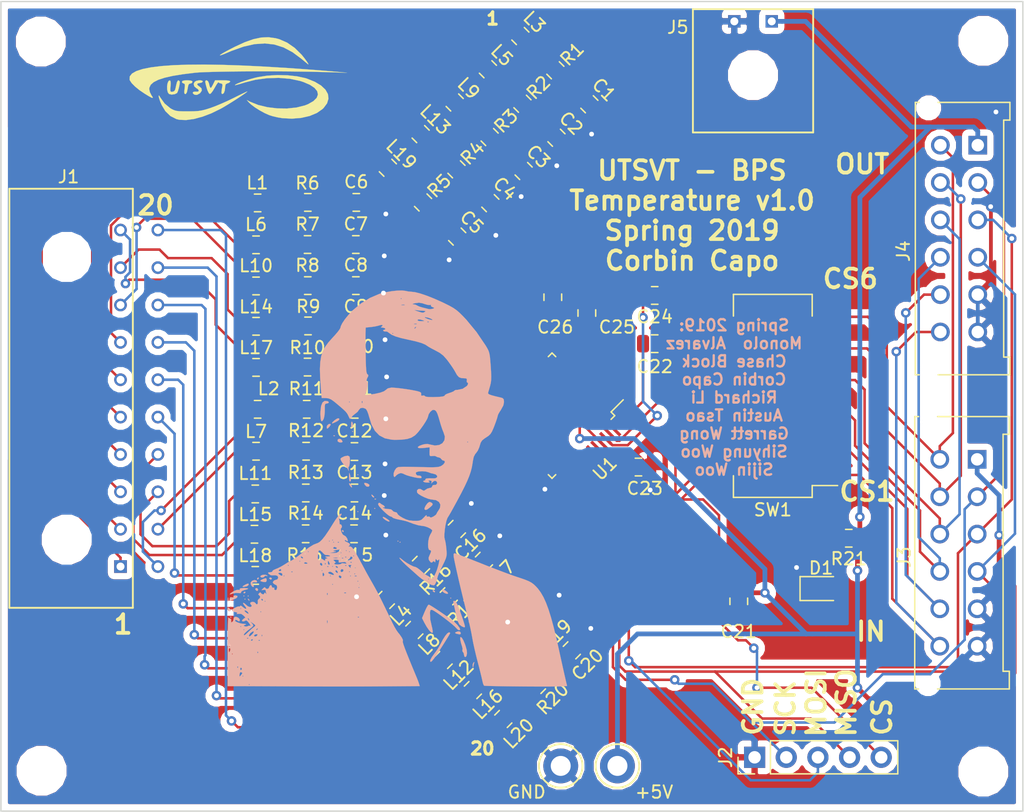
<source format=kicad_pcb>
(kicad_pcb (version 20171130) (host pcbnew "(5.0.0)")
  (layers (0 F.Cu signal) (31 B.Cu signal) (34 B.Paste user) (35 F.Paste user) (36 B.SilkS user) (37 F.SilkS user) (38 B.Mask user) (39 F.Mask user) (44 Edge.Cuts user))
  (net 0 "")
  (net 1 "Net-(C1-Pad1)")
  (net 2 GND)
  (net 3 "Net-(C2-Pad1)")
  (net 4 "Net-(C3-Pad1)")
  (net 5 "Net-(C4-Pad1)")
  (net 6 "Net-(C5-Pad1)")
  (net 7 "Net-(C6-Pad1)")
  (net 8 "Net-(C7-Pad1)")
  (net 9 "Net-(C8-Pad1)")
  (net 10 "Net-(C9-Pad1)")
  (net 11 "Net-(C10-Pad1)")
  (net 12 "Net-(C11-Pad1)")
  (net 13 "Net-(C12-Pad1)")
  (net 14 "Net-(C13-Pad1)")
  (net 15 "Net-(C14-Pad1)")
  (net 16 "Net-(C15-Pad1)")
  (net 17 "Net-(C16-Pad1)")
  (net 18 "Net-(C17-Pad1)")
  (net 19 "Net-(C18-Pad1)")
  (net 20 "Net-(C19-Pad1)")
  (net 21 "Net-(C20-Pad1)")
  (net 22 +5V)
  (net 23 "Net-(C22-Pad2)")
  (net 24 "Net-(C22-Pad1)")
  (net 25 "Net-(C23-Pad1)")
  (net 26 "Net-(C24-Pad1)")
  (net 27 "Net-(C25-Pad1)")
  (net 28 "Net-(C26-Pad1)")
  (net 29 /CH10_LPF)
  (net 30 /CH9_LPF)
  (net 31 /CH8_LPF)
  (net 32 /CH7_LPF)
  (net 33 /CH6_LPF)
  (net 34 /CH5_LPF)
  (net 35 /CH4_LPF)
  (net 36 /CH3_LPF)
  (net 37 /CH2_LPF)
  (net 38 /CH1_LPF)
  (net 39 /CH20_LPF)
  (net 40 /CH19_LPF)
  (net 41 /CH18_LPF)
  (net 42 /CH17_LPF)
  (net 43 /CH16_LPF)
  (net 44 /CH15_LPF)
  (net 45 /CH14_LPF)
  (net 46 /CH13_LPF)
  (net 47 /CH12_LPF)
  (net 48 /CH11_LPF)
  (net 49 /SCK)
  (net 50 /MOSI)
  (net 51 /MISO)
  (net 52 /CS1_OUT)
  (net 53 /CS1)
  (net 54 /CS2)
  (net 55 /CS3)
  (net 56 /CS4)
  (net 57 /CS5)
  (net 58 /CS6)
  (net 59 "Net-(L3-Pad1)")
  (net 60 "Net-(L5-Pad1)")
  (net 61 "Net-(L9-Pad1)")
  (net 62 "Net-(L13-Pad1)")
  (net 63 "Net-(L17-Pad1)")
  (net 64 "Net-(L19-Pad1)")
  (net 65 "Net-(U1-Pad37)")
  (net 66 "Net-(U1-Pad42)")
  (net 67 "Net-(D1-Pad2)")
  (net 68 "Net-(L1-Pad2)")
  (net 69 "Net-(L2-Pad2)")
  (net 70 "Net-(L4-Pad2)")
  (net 71 "Net-(L6-Pad2)")
  (net 72 "Net-(L7-Pad2)")
  (net 73 "Net-(L8-Pad2)")
  (net 74 "Net-(L10-Pad2)")
  (net 75 "Net-(L11-Pad2)")
  (net 76 "Net-(L12-Pad2)")
  (net 77 "Net-(L14-Pad2)")
  (net 78 "Net-(L15-Pad2)")
  (net 79 "Net-(L16-Pad2)")
  (net 80 "Net-(L18-Pad2)")
  (net 81 "Net-(L20-Pad2)")
  (module TestPoint:TestPoint_Keystone_5005-5009_Compact (layer F.Cu) (at 102.468001 131.374501)
    (fp_text reference +5V (at 2.941999 2.102499) (layer F.SilkS))
    (fp_text value TestPoint)
    (pad 1 thru_hole circle (at 0 0) (size 2.8 2.8) (drill 1.6) (layers *.Cu *.Mask) (net 22 +5V))
  )
  (module TestPoint:TestPoint_Keystone_5005-5009_Compact (layer F.Cu) (at 97.917 131.374501)
    (fp_text reference GND (at -2.7305 2.102499) (layer F.SilkS))
    (fp_text value TestPoint)
    (pad 1 thru_hole circle (at 0 0) (size 2.8 2.8) (drill 1.6) (layers *.Cu *.Mask) (net 2 GND))
  )
  (module UTSVT_Connectors:02x10_Microfit_3.0_horizontal (layer F.Cu) (at 65.913 118.6815 90)
    (fp_text reference J1 (at 34.6075 -7.493 180) (layer F.SilkS))
    (fp_text value Conn_02x10_Counter_Clockwise)
    (pad "" np_thru_hole circle (at 5.475 -7.64 90) (size 3 3) (drill 3) (layers *.Cu *.Mask))
    (pad "" np_thru_hole circle (at 28.175 -7.64 90) (size 3 3) (drill 3) (layers *.Cu *.Mask))
    (pad 1 thru_hole rect (at 3.315 -3.32 90) (size 1.02 1.02) (drill 0.64) (layers *.Cu *.Mask) (net 38 /CH1_LPF))
    (pad 10 thru_hole circle (at 30.335 -3.32 90) (size 1.02 1.02) (drill 0.64) (layers *.Cu *.Mask) (net 29 /CH10_LPF))
    (pad 2 thru_hole circle (at 6.315 -3.32 90) (size 1.02 1.02) (drill 0.64) (layers *.Cu *.Mask) (net 37 /CH2_LPF))
    (pad 3 thru_hole circle (at 9.315 -3.32 90) (size 1.02 1.02) (drill 0.64) (layers *.Cu *.Mask) (net 36 /CH3_LPF))
    (pad 4 thru_hole circle (at 12.315 -3.32 90) (size 1.02 1.02) (drill 0.64) (layers *.Cu *.Mask) (net 35 /CH4_LPF))
    (pad 5 thru_hole circle (at 15.315 -3.32 90) (size 1.02 1.02) (drill 0.64) (layers *.Cu *.Mask) (net 34 /CH5_LPF))
    (pad 6 thru_hole circle (at 18.315 -3.32 90) (size 1.02 1.02) (drill 0.64) (layers *.Cu *.Mask) (net 33 /CH6_LPF))
    (pad 7 thru_hole circle (at 21.315 -3.32 90) (size 1.02 1.02) (drill 0.64) (layers *.Cu *.Mask) (net 32 /CH7_LPF))
    (pad 8 thru_hole circle (at 24.315 -3.32 90) (size 1.02 1.02) (drill 0.64) (layers *.Cu *.Mask) (net 31 /CH8_LPF))
    (pad 9 thru_hole circle (at 27.315 -3.32 90) (size 1.02 1.02) (drill 0.64) (layers *.Cu *.Mask) (net 30 /CH9_LPF))
    (pad 19 thru_hole circle (at 27.315 -0.32 90) (size 1.02 1.02) (drill 0.64) (layers *.Cu *.Mask) (net 40 /CH19_LPF))
    (pad 17 thru_hole circle (at 21.315 -0.32 90) (size 1.02 1.02) (drill 0.64) (layers *.Cu *.Mask) (net 42 /CH17_LPF))
    (pad 18 thru_hole circle (at 24.315 -0.32 90) (size 1.02 1.02) (drill 0.64) (layers *.Cu *.Mask) (net 41 /CH18_LPF))
    (pad 16 thru_hole circle (at 18.315 -0.32 90) (size 1.02 1.02) (drill 0.64) (layers *.Cu *.Mask) (net 43 /CH16_LPF))
    (pad 20 thru_hole circle (at 30.335 -0.32 90) (size 1.02 1.02) (drill 0.64) (layers *.Cu *.Mask) (net 39 /CH20_LPF))
    (pad 14 thru_hole circle (at 12.315 -0.32 90) (size 1.02 1.02) (drill 0.64) (layers *.Cu *.Mask) (net 45 /CH14_LPF))
    (pad 15 thru_hole circle (at 15.315 -0.32 90) (size 1.02 1.02) (drill 0.64) (layers *.Cu *.Mask) (net 44 /CH15_LPF))
    (pad 13 thru_hole circle (at 9.315 -0.32 90) (size 1.02 1.02) (drill 0.64) (layers *.Cu *.Mask) (net 46 /CH13_LPF))
    (pad 12 thru_hole circle (at 6.315 -0.32 90) (size 1.02 1.02) (drill 0.64) (layers *.Cu *.Mask) (net 47 /CH12_LPF))
    (pad 11 thru_hole circle (at 3.315 -0.32 90) (size 1.02 1.02) (drill 0.64) (layers *.Cu *.Mask) (net 48 /CH11_LPF))
  )
  (module Capacitor_SMD:C_0805_2012Metric (layer F.Cu) (at 100.214651 78.248396 315)
    (fp_text reference C1 (at 0 -1.65 315) (layer F.SilkS))
    (fp_text value 1uF)
    (pad 1 smd roundrect (at -0.937501 0 315) (size 0.975 1.4) (layers F.Cu F.Paste F.Mask) (net 1 "Net-(C1-Pad1)"))
    (pad 2 smd roundrect (at 0.937501 0 315) (size 0.975 1.4) (layers F.Cu F.Paste F.Mask) (net 2 GND))
  )
  (module Capacitor_SMD:C_0805_2012Metric (layer F.Cu) (at 97.573582 80.936909 315)
    (fp_text reference C2 (at 0 -1.65 315) (layer F.SilkS))
    (fp_text value 1uF)
    (pad 2 smd roundrect (at 0.937501 0 315) (size 0.975 1.4) (layers F.Cu F.Paste F.Mask) (net 2 GND))
    (pad 1 smd roundrect (at -0.937501 0 315) (size 0.975 1.4) (layers F.Cu F.Paste F.Mask) (net 3 "Net-(C2-Pad1)"))
  )
  (module Capacitor_SMD:C_0805_2012Metric (layer F.Cu) (at 94.940641 83.60839 315)
    (fp_text reference C3 (at 0 -1.65 315) (layer F.SilkS))
    (fp_text value 1uF)
    (pad 1 smd roundrect (at -0.937501 0 315) (size 0.975 1.4) (layers F.Cu F.Paste F.Mask) (net 4 "Net-(C3-Pad1)"))
    (pad 2 smd roundrect (at 0.937501 0 315) (size 0.975 1.4) (layers F.Cu F.Paste F.Mask) (net 2 GND))
  )
  (module Capacitor_SMD:C_0805_2012Metric (layer F.Cu) (at 92.26871 86.189913 315)
    (fp_text reference C4 (at 0 -1.65 315) (layer F.SilkS))
    (fp_text value 1uF)
    (pad 2 smd roundrect (at 0.937501 0 315) (size 0.975 1.4) (layers F.Cu F.Paste F.Mask) (net 2 GND))
    (pad 1 smd roundrect (at -0.937501 0 315) (size 0.975 1.4) (layers F.Cu F.Paste F.Mask) (net 5 "Net-(C4-Pad1)"))
  )
  (module Capacitor_SMD:C_0805_2012Metric (layer F.Cu) (at 89.608391 88.87264 315)
    (fp_text reference C5 (at 0 -1.65 315) (layer F.SilkS))
    (fp_text value 1uF)
    (pad 1 smd roundrect (at -0.937501 0 315) (size 0.975 1.4) (layers F.Cu F.Paste F.Mask) (net 6 "Net-(C5-Pad1)"))
    (pad 2 smd roundrect (at 0.937501 0 315) (size 0.975 1.4) (layers F.Cu F.Paste F.Mask) (net 2 GND))
  )
  (module Capacitor_SMD:C_0805_2012Metric (layer F.Cu) (at 81.512563 86.127915)
    (fp_text reference C6 (at 0 -1.65) (layer F.SilkS))
    (fp_text value 1uF)
    (pad 2 smd roundrect (at 0.9375 0) (size 0.975 1.4) (layers F.Cu F.Paste F.Mask) (net 2 GND))
    (pad 1 smd roundrect (at -0.9375 0) (size 0.975 1.4) (layers F.Cu F.Paste F.Mask) (net 7 "Net-(C6-Pad1)"))
  )
  (module Capacitor_SMD:C_0805_2012Metric (layer F.Cu) (at 81.475298 89.512131)
    (fp_text reference C7 (at 0 -1.65) (layer F.SilkS))
    (fp_text value 1uF)
    (pad 1 smd roundrect (at -0.9375 0) (size 0.975 1.4) (layers F.Cu F.Paste F.Mask) (net 8 "Net-(C7-Pad1)"))
    (pad 2 smd roundrect (at 0.9375 0) (size 0.975 1.4) (layers F.Cu F.Paste F.Mask) (net 2 GND))
  )
  (module Capacitor_SMD:C_0805_2012Metric (layer F.Cu) (at 81.477303 92.809945)
    (fp_text reference C8 (at 0 -1.65) (layer F.SilkS))
    (fp_text value 1uF)
    (pad 2 smd roundrect (at 0.9375 0) (size 0.975 1.4) (layers F.Cu F.Paste F.Mask) (net 2 GND))
    (pad 1 smd roundrect (at -0.9375 0) (size 0.975 1.4) (layers F.Cu F.Paste F.Mask) (net 9 "Net-(C8-Pad1)"))
  )
  (module Capacitor_SMD:C_0805_2012Metric (layer F.Cu) (at 81.512984 96.047589)
    (fp_text reference C9 (at -0.042484 -1.559589) (layer F.SilkS))
    (fp_text value 1uF)
    (pad 1 smd roundrect (at -0.9375 0) (size 0.975 1.4) (layers F.Cu F.Paste F.Mask) (net 10 "Net-(C9-Pad1)"))
    (pad 2 smd roundrect (at 0.9375 0) (size 0.975 1.4) (layers F.Cu F.Paste F.Mask) (net 2 GND))
  )
  (module Capacitor_SMD:C_0805_2012Metric (layer F.Cu) (at 81.487892 99.350424)
    (fp_text reference C10 (at 0 -1.65) (layer F.SilkS))
    (fp_text value 1uF)
    (pad 2 smd roundrect (at 0.9375 0) (size 0.975 1.4) (layers F.Cu F.Paste F.Mask) (net 2 GND))
    (pad 1 smd roundrect (at -0.9375 0) (size 0.975 1.4) (layers F.Cu F.Paste F.Mask) (net 11 "Net-(C10-Pad1)"))
  )
  (module Capacitor_SMD:C_0805_2012Metric (layer F.Cu) (at 81.392 102.743)
    (fp_text reference C11 (at 0 -1.65) (layer F.SilkS))
    (fp_text value 1uF)
    (pad 1 smd roundrect (at -0.9375 0) (size 0.975 1.4) (layers F.Cu F.Paste F.Mask) (net 12 "Net-(C11-Pad1)"))
    (pad 2 smd roundrect (at 0.9375 0) (size 0.975 1.4) (layers F.Cu F.Paste F.Mask) (net 2 GND))
  )
  (module Capacitor_SMD:C_0805_2012Metric (layer F.Cu) (at 81.3666 106.1339)
    (fp_text reference C12 (at 0 -1.65) (layer F.SilkS))
    (fp_text value 1uF)
    (pad 2 smd roundrect (at 0.9375 0) (size 0.975 1.4) (layers F.Cu F.Paste F.Mask) (net 2 GND))
    (pad 1 smd roundrect (at -0.9375 0) (size 0.975 1.4) (layers F.Cu F.Paste F.Mask) (net 13 "Net-(C12-Pad1)"))
  )
  (module Capacitor_SMD:C_0805_2012Metric (layer F.Cu) (at 81.3666 109.4613)
    (fp_text reference C13 (at 0 -1.65) (layer F.SilkS))
    (fp_text value 1uF)
    (pad 1 smd roundrect (at -0.9375 0) (size 0.975 1.4) (layers F.Cu F.Paste F.Mask) (net 14 "Net-(C13-Pad1)"))
    (pad 2 smd roundrect (at 0.9375 0) (size 0.975 1.4) (layers F.Cu F.Paste F.Mask) (net 2 GND))
  )
  (module Capacitor_SMD:C_0805_2012Metric (layer F.Cu) (at 81.3308 112.7379)
    (fp_text reference C14 (at 0 -1.65) (layer F.SilkS))
    (fp_text value 1uF)
    (pad 2 smd roundrect (at 0.9375 0) (size 0.975 1.4) (layers F.Cu F.Paste F.Mask) (net 2 GND))
    (pad 1 smd roundrect (at -0.9375 0) (size 0.975 1.4) (layers F.Cu F.Paste F.Mask) (net 15 "Net-(C14-Pad1)"))
  )
  (module Capacitor_SMD:C_0805_2012Metric (layer F.Cu) (at 81.4174 116.0907)
    (fp_text reference C15 (at 0 -1.65) (layer F.SilkS))
    (fp_text value 1uF)
    (pad 1 smd roundrect (at -0.9375 0) (size 0.975 1.4) (layers F.Cu F.Paste F.Mask) (net 16 "Net-(C15-Pad1)"))
    (pad 2 smd roundrect (at 0.9375 0) (size 0.975 1.4) (layers F.Cu F.Paste F.Mask) (net 2 GND))
  )
  (module Capacitor_SMD:C_0805_2012Metric (layer F.Cu) (at 89.586922 112.347586 45)
    (fp_text reference C16 (at -0.115142 1.65816 45) (layer F.SilkS))
    (fp_text value 1uF)
    (pad 2 smd roundrect (at 0.937501 0 45) (size 0.975 1.4) (layers F.Cu F.Paste F.Mask) (net 2 GND))
    (pad 1 smd roundrect (at -0.937501 0 45) (size 0.975 1.4) (layers F.Cu F.Paste F.Mask) (net 17 "Net-(C16-Pad1)"))
  )
  (module Capacitor_SMD:C_0805_2012Metric (layer F.Cu) (at 91.758868 114.908873 45)
    (fp_text reference C17 (at -0.019442 1.723756 45) (layer F.SilkS))
    (fp_text value 1uF)
    (pad 1 smd roundrect (at -0.937501 0 45) (size 0.975 1.4) (layers F.Cu F.Paste F.Mask) (net 18 "Net-(C17-Pad1)"))
    (pad 2 smd roundrect (at 0.937501 0 45) (size 0.975 1.4) (layers F.Cu F.Paste F.Mask) (net 2 GND))
  )
  (module Capacitor_SMD:C_0805_2012Metric (layer F.Cu) (at 94.069408 117.33029 45)
    (fp_text reference C18 (at -0.165546 1.655551 45) (layer F.SilkS))
    (fp_text value 1uF)
    (pad 2 smd roundrect (at 0.937501 0 45) (size 0.975 1.4) (layers F.Cu F.Paste F.Mask) (net 2 GND))
    (pad 1 smd roundrect (at -0.937501 0 45) (size 0.975 1.4) (layers F.Cu F.Paste F.Mask) (net 19 "Net-(C18-Pad1)"))
  )
  (module Capacitor_SMD:C_0805_2012Metric (layer F.Cu) (at 96.401022 119.68637 45)
    (fp_text reference C19 (at -0.058444 1.663545 45) (layer F.SilkS))
    (fp_text value 1uF)
    (pad 1 smd roundrect (at -0.937501 0 45) (size 0.975 1.4) (layers F.Cu F.Paste F.Mask) (net 20 "Net-(C19-Pad1)"))
    (pad 2 smd roundrect (at 0.937501 0 45) (size 0.975 1.4) (layers F.Cu F.Paste F.Mask) (net 2 GND))
  )
  (module Capacitor_SMD:C_0805_2012Metric (layer F.Cu) (at 98.80773 122.093078 45)
    (fp_text reference C20 (at 0.07626 1.717345 45) (layer F.SilkS))
    (fp_text value 1uF)
    (pad 2 smd roundrect (at 0.937501 0 45) (size 0.975 1.4) (layers F.Cu F.Paste F.Mask) (net 2 GND))
    (pad 1 smd roundrect (at -0.937501 0 45) (size 0.975 1.4) (layers F.Cu F.Paste F.Mask) (net 21 "Net-(C20-Pad1)"))
  )
  (module Capacitor_SMD:C_0805_2012Metric (layer F.Cu) (at 112.2045 118.1585 90)
    (fp_text reference C21 (at -2.428 0 180) (layer F.SilkS))
    (fp_text value 0.1uF)
    (pad 1 smd roundrect (at -0.9375 0 90) (size 0.975 1.4) (layers F.Cu F.Paste F.Mask) (net 2 GND))
    (pad 2 smd roundrect (at 0.9375 0 90) (size 0.975 1.4) (layers F.Cu F.Paste F.Mask) (net 22 +5V))
  )
  (module Capacitor_SMD:C_0805_2012Metric (layer F.Cu) (at 105.4585 97.4725)
    (fp_text reference C22 (at 0 1.8415) (layer F.SilkS))
    (fp_text value 10uF)
    (pad 2 smd roundrect (at 0.9375 0) (size 0.975 1.4) (layers F.Cu F.Paste F.Mask) (net 23 "Net-(C22-Pad2)"))
    (pad 1 smd roundrect (at -0.9375 0) (size 0.975 1.4) (layers F.Cu F.Paste F.Mask) (net 24 "Net-(C22-Pad1)"))
  )
  (module Capacitor_SMD:C_0805_2012Metric (layer F.Cu) (at 104.155 107.3785)
    (fp_text reference C23 (at 0.508 1.7145) (layer F.SilkS))
    (fp_text value 10uF)
    (pad 1 smd roundrect (at -0.9375 0) (size 0.975 1.4) (layers F.Cu F.Paste F.Mask) (net 25 "Net-(C23-Pad1)"))
    (pad 2 smd roundrect (at 0.9375 0) (size 0.975 1.4) (layers F.Cu F.Paste F.Mask) (net 2 GND))
  )
  (module Capacitor_SMD:C_0805_2012Metric (layer F.Cu) (at 105.4585 93.599)
    (fp_text reference C24 (at 0 1.7145) (layer F.SilkS))
    (fp_text value 10uF)
    (pad 1 smd roundrect (at -0.9375 0) (size 0.975 1.4) (layers F.Cu F.Paste F.Mask) (net 26 "Net-(C24-Pad1)"))
    (pad 2 smd roundrect (at 0.9375 0) (size 0.975 1.4) (layers F.Cu F.Paste F.Mask) (net 2 GND))
  )
  (module Capacitor_SMD:C_0805_2012Metric (layer F.Cu) (at 100.0125 95.011 90)
    (fp_text reference C25 (at -1.128 2.413 180) (layer F.SilkS))
    (fp_text value 1uF)
    (pad 2 smd roundrect (at 0.9375 0 90) (size 0.975 1.4) (layers F.Cu F.Paste F.Mask) (net 2 GND))
    (pad 1 smd roundrect (at -0.9375 0 90) (size 0.975 1.4) (layers F.Cu F.Paste F.Mask) (net 27 "Net-(C25-Pad1)"))
  )
  (module Capacitor_SMD:C_0805_2012Metric (layer F.Cu) (at 97.282 93.741 90)
    (fp_text reference C26 (at -2.398 0.1905 180) (layer F.SilkS))
    (fp_text value 1uF)
    (pad 2 smd roundrect (at 0.9375 0 90) (size 0.975 1.4) (layers F.Cu F.Paste F.Mask) (net 2 GND))
    (pad 1 smd roundrect (at -0.9375 0 90) (size 0.975 1.4) (layers F.Cu F.Paste F.Mask) (net 28 "Net-(C26-Pad1)"))
  )
  (module LED_SMD:LED_0805_2012Metric (layer F.Cu) (at 118.806001 117.135501)
    (fp_text reference D1 (at 0 -1.65) (layer F.SilkS))
    (fp_text value LED)
    (pad 1 smd roundrect (at -0.9375 0) (size 0.975 1.4) (layers F.Cu F.Paste F.Mask) (net 2 GND))
    (pad 2 smd roundrect (at 0.9375 0) (size 0.975 1.4) (layers F.Cu F.Paste F.Mask) (net 67 "Net-(D1-Pad2)"))
  )
  (module Connector_PinHeader_2.54mm:PinHeader_1x05_P2.54mm_Vertical (layer F.Cu) (at 113.4745 130.683 90)
    (fp_text reference J2 (at 0 -2.33 90) (layer F.SilkS))
    (fp_text value "Logic Analyzer")
    (pad 1 thru_hole rect (at 0 0 90) (size 1.7 1.7) (drill 1) (layers *.Cu *.Mask) (net 2 GND))
    (pad 2 thru_hole oval (at 0 2.54 90) (size 1.7 1.7) (drill 1) (layers *.Cu *.Mask) (net 49 /SCK))
    (pad 3 thru_hole oval (at 0 5.08 90) (size 1.7 1.7) (drill 1) (layers *.Cu *.Mask) (net 50 /MOSI))
    (pad 4 thru_hole oval (at 0 7.62 90) (size 1.7 1.7) (drill 1) (layers *.Cu *.Mask) (net 51 /MISO))
    (pad 5 thru_hole oval (at 0 10.16 90) (size 1.7 1.7) (drill 1) (layers *.Cu *.Mask) (net 52 /CS1_OUT))
  )
  (module UTSVT_Connectors:Molex_MicroFit3.0_2x6xP3.00mm_PolarizingPeg_Vertical (layer F.Cu) (at 131.3335 106.7605 270)
    (fp_text reference J3 (at 7.857 5.8575 270) (layer F.SilkS))
    (fp_text value Conn_02x06_Counter_Clockwise)
    (pad 12 thru_hole circle (at 15 3 270) (size 1.5 1.5) (drill 1) (layers *.Cu *.Mask) (net 53 /CS1))
    (pad 11 thru_hole circle (at 12 3 270) (size 1.5 1.5) (drill 1) (layers *.Cu *.Mask) (net 54 /CS2))
    (pad 10 thru_hole circle (at 9 3 270) (size 1.5 1.5) (drill 1) (layers *.Cu *.Mask) (net 55 /CS3))
    (pad 9 thru_hole circle (at 6 3 270) (size 1.5 1.5) (drill 1) (layers *.Cu *.Mask) (net 56 /CS4))
    (pad 8 thru_hole circle (at 3 3 270) (size 1.5 1.5) (drill 1) (layers *.Cu *.Mask) (net 57 /CS5))
    (pad 7 thru_hole circle (at 0 3 270) (size 1.5 1.5) (drill 1) (layers *.Cu *.Mask) (net 58 /CS6))
    (pad 6 thru_hole circle (at 15 0 270) (size 1.5 1.5) (drill 1) (layers *.Cu *.Mask) (net 2 GND))
    (pad 5 thru_hole circle (at 12 0 270) (size 1.5 1.5) (drill 1) (layers *.Cu *.Mask) (net 2 GND))
    (pad 4 thru_hole circle (at 9 0 270) (size 1.5 1.5) (drill 1) (layers *.Cu *.Mask) (net 51 /MISO))
    (pad 3 thru_hole circle (at 6 0 270) (size 1.5 1.5) (drill 1) (layers *.Cu *.Mask) (net 50 /MOSI))
    (pad 2 thru_hole circle (at 3 0 270) (size 1.5 1.5) (drill 1) (layers *.Cu *.Mask) (net 49 /SCK))
    (pad 1 thru_hole rect (at 0 0 270) (size 1.5 1.5) (drill 1) (layers *.Cu *.Mask) (net 22 +5V))
    (pad "" np_thru_hole circle (at 18 3.94 270) (size 1 1) (drill 1) (layers *.Cu *.Mask))
    (pad "" np_thru_hole circle (at -3 3.94 270) (size 1 1) (drill 1) (layers *.Cu *.Mask))
  )
  (module UTSVT_Connectors:Molex_MicroFit3.0_2x6xP3.00mm_PolarizingPeg_Vertical (layer F.Cu) (at 131.3815 81.534 270)
    (fp_text reference J4 (at 8.509 5.969 270) (layer F.SilkS))
    (fp_text value Conn_02x06_Counter_Clockwise)
    (pad "" np_thru_hole circle (at -3 3.94 270) (size 1 1) (drill 1) (layers *.Cu *.Mask))
    (pad "" np_thru_hole circle (at 18 3.94 270) (size 1 1) (drill 1) (layers *.Cu *.Mask))
    (pad 1 thru_hole rect (at 0 0 270) (size 1.5 1.5) (drill 1) (layers *.Cu *.Mask) (net 22 +5V))
    (pad 2 thru_hole circle (at 3 0 270) (size 1.5 1.5) (drill 1) (layers *.Cu *.Mask) (net 49 /SCK))
    (pad 3 thru_hole circle (at 6 0 270) (size 1.5 1.5) (drill 1) (layers *.Cu *.Mask) (net 50 /MOSI))
    (pad 4 thru_hole circle (at 9 0 270) (size 1.5 1.5) (drill 1) (layers *.Cu *.Mask) (net 51 /MISO))
    (pad 5 thru_hole circle (at 12 0 270) (size 1.5 1.5) (drill 1) (layers *.Cu *.Mask) (net 2 GND))
    (pad 6 thru_hole circle (at 15 0 270) (size 1.5 1.5) (drill 1) (layers *.Cu *.Mask) (net 2 GND))
    (pad 7 thru_hole circle (at 0 3 270) (size 1.5 1.5) (drill 1) (layers *.Cu *.Mask) (net 58 /CS6))
    (pad 8 thru_hole circle (at 3 3 270) (size 1.5 1.5) (drill 1) (layers *.Cu *.Mask) (net 57 /CS5))
    (pad 9 thru_hole circle (at 6 3 270) (size 1.5 1.5) (drill 1) (layers *.Cu *.Mask) (net 56 /CS4))
    (pad 10 thru_hole circle (at 9 3 270) (size 1.5 1.5) (drill 1) (layers *.Cu *.Mask) (net 55 /CS3))
    (pad 11 thru_hole circle (at 12 3 270) (size 1.5 1.5) (drill 1) (layers *.Cu *.Mask) (net 54 /CS2))
    (pad 12 thru_hole circle (at 15 3 270) (size 1.5 1.5) (drill 1) (layers *.Cu *.Mask) (net 53 /CS1))
  )
  (module Inductor_SMD:L_0805_2012Metric (layer F.Cu) (at 73.5965 86.1695)
    (fp_text reference L1 (at -0.027063 -1.609415) (layer F.SilkS))
    (fp_text value Ferrite_Bead)
    (pad 1 smd roundrect (at -0.9375 0) (size 0.975 1.4) (layers F.Cu F.Paste F.Mask) (net 33 /CH6_LPF))
    (pad 2 smd roundrect (at 0.9375 0) (size 0.975 1.4) (layers F.Cu F.Paste F.Mask) (net 68 "Net-(L1-Pad2)"))
  )
  (module Inductor_SMD:L_0805_2012Metric (layer F.Cu) (at 73.5965 102.743)
    (fp_text reference L2 (at 0.889 -1.651) (layer F.SilkS))
    (fp_text value Ferrite_Bead)
    (pad 1 smd roundrect (at -0.9375 0) (size 0.975 1.4) (layers F.Cu F.Paste F.Mask) (net 48 /CH11_LPF))
    (pad 2 smd roundrect (at 0.9375 0) (size 0.975 1.4) (layers F.Cu F.Paste F.Mask) (net 69 "Net-(L2-Pad2)"))
  )
  (module Inductor_SMD:L_0805_2012Metric (layer F.Cu) (at 94.6785 72.771 135)
    (fp_text reference L3 (at 0 1.5875 135) (layer F.SilkS))
    (fp_text value Ferrite_Bead)
    (pad 2 smd roundrect (at 0.937501 0 135) (size 0.975 1.4) (layers F.Cu F.Paste F.Mask) (net 38 /CH1_LPF))
    (pad 1 smd roundrect (at -0.937501 0 135) (size 0.975 1.4) (layers F.Cu F.Paste F.Mask) (net 59 "Net-(L3-Pad1)"))
  )
  (module Inductor_SMD:L_0805_2012Metric (layer F.Cu) (at 83.8835 118.0465 45)
    (fp_text reference L4 (at 0 1.706249 45) (layer F.SilkS))
    (fp_text value Ferrite_Bead)
    (pad 2 smd roundrect (at 0.937501 0 45) (size 0.975 1.4) (layers F.Cu F.Paste F.Mask) (net 70 "Net-(L4-Pad2)"))
    (pad 1 smd roundrect (at -0.937501 0 45) (size 0.975 1.4) (layers F.Cu F.Paste F.Mask) (net 43 /CH16_LPF))
  )
  (module Inductor_SMD:L_0805_2012Metric (layer F.Cu) (at 92.075 75.438 135)
    (fp_text reference L5 (at 0 1.5875 135) (layer F.SilkS))
    (fp_text value Ferrite_Bead)
    (pad 2 smd roundrect (at 0.937501 0 135) (size 0.975 1.4) (layers F.Cu F.Paste F.Mask) (net 37 /CH2_LPF))
    (pad 1 smd roundrect (at -0.937501 0 135) (size 0.975 1.4) (layers F.Cu F.Paste F.Mask) (net 60 "Net-(L5-Pad1)"))
  )
  (module Inductor_SMD:L_0805_2012Metric (layer F.Cu) (at 73.4695 89.535)
    (fp_text reference L6 (at 0 -1.628131) (layer F.SilkS))
    (fp_text value Ferrite_Bead)
    (pad 1 smd roundrect (at -0.9375 0) (size 0.975 1.4) (layers F.Cu F.Paste F.Mask) (net 32 /CH7_LPF))
    (pad 2 smd roundrect (at 0.9375 0) (size 0.975 1.4) (layers F.Cu F.Paste F.Mask) (net 71 "Net-(L6-Pad2)"))
  )
  (module Inductor_SMD:L_0805_2012Metric (layer F.Cu) (at 73.4695 106.1085)
    (fp_text reference L7 (at 0 -1.5875) (layer F.SilkS))
    (fp_text value Ferrite_Bead)
    (pad 1 smd roundrect (at -0.9375 0) (size 0.975 1.4) (layers F.Cu F.Paste F.Mask) (net 47 /CH12_LPF))
    (pad 2 smd roundrect (at 0.9375 0) (size 0.975 1.4) (layers F.Cu F.Paste F.Mask) (net 72 "Net-(L7-Pad2)"))
  )
  (module Inductor_SMD:L_0805_2012Metric (layer F.Cu) (at 86.1695 120.4595 45)
    (fp_text reference L8 (at 0.044901 1.661347 45) (layer F.SilkS))
    (fp_text value Ferrite_Bead)
    (pad 1 smd roundrect (at -0.937501 0 45) (size 0.975 1.4) (layers F.Cu F.Paste F.Mask) (net 42 /CH17_LPF))
    (pad 2 smd roundrect (at 0.937501 0 45) (size 0.975 1.4) (layers F.Cu F.Paste F.Mask) (net 73 "Net-(L8-Pad2)"))
  )
  (module Inductor_SMD:L_0805_2012Metric (layer F.Cu) (at 89.408 78.105 135)
    (fp_text reference L9 (at 0.015 1.5875 135) (layer F.SilkS))
    (fp_text value Ferrite_Bead)
    (pad 2 smd roundrect (at 0.937501 0 135) (size 0.975 1.4) (layers F.Cu F.Paste F.Mask) (net 36 /CH3_LPF))
    (pad 1 smd roundrect (at -0.937501 0 135) (size 0.975 1.4) (layers F.Cu F.Paste F.Mask) (net 61 "Net-(L9-Pad1)"))
  )
  (module Inductor_SMD:L_0805_2012Metric (layer F.Cu) (at 73.4695 92.837)
    (fp_text reference L10 (at 0 -1.623945) (layer F.SilkS))
    (fp_text value Ferrite_Bead)
    (pad 2 smd roundrect (at 0.9375 0) (size 0.975 1.4) (layers F.Cu F.Paste F.Mask) (net 74 "Net-(L10-Pad2)"))
    (pad 1 smd roundrect (at -0.9375 0) (size 0.975 1.4) (layers F.Cu F.Paste F.Mask) (net 31 /CH8_LPF))
  )
  (module Inductor_SMD:L_0805_2012Metric (layer F.Cu) (at 73.406 109.5375)
    (fp_text reference L11 (at 0 -1.651) (layer F.SilkS))
    (fp_text value Ferrite_Bead)
    (pad 1 smd roundrect (at -0.9375 0) (size 0.975 1.4) (layers F.Cu F.Paste F.Mask) (net 46 /CH13_LPF))
    (pad 2 smd roundrect (at 0.9375 0) (size 0.975 1.4) (layers F.Cu F.Paste F.Mask) (net 75 "Net-(L11-Pad2)"))
  )
  (module Inductor_SMD:L_0805_2012Metric (layer F.Cu) (at 88.519 122.8725 45)
    (fp_text reference L12 (at 0 1.706249 45) (layer F.SilkS))
    (fp_text value Ferrite_Bead)
    (pad 2 smd roundrect (at 0.937501 0 45) (size 0.975 1.4) (layers F.Cu F.Paste F.Mask) (net 76 "Net-(L12-Pad2)"))
    (pad 1 smd roundrect (at -0.937501 0 45) (size 0.975 1.4) (layers F.Cu F.Paste F.Mask) (net 41 /CH18_LPF))
  )
  (module Inductor_SMD:L_0805_2012Metric (layer F.Cu) (at 86.6775 80.645 135)
    (fp_text reference L13 (at 0 1.651 135) (layer F.SilkS))
    (fp_text value Ferrite_Bead)
    (pad 2 smd roundrect (at 0.937501 0 135) (size 0.975 1.4) (layers F.Cu F.Paste F.Mask) (net 35 /CH4_LPF))
    (pad 1 smd roundrect (at -0.937501 0 135) (size 0.975 1.4) (layers F.Cu F.Paste F.Mask) (net 62 "Net-(L13-Pad1)"))
  )
  (module Inductor_SMD:L_0805_2012Metric (layer F.Cu) (at 73.4695 96.0755)
    (fp_text reference L14 (at 0 -1.559589) (layer F.SilkS))
    (fp_text value Ferrite_Bead)
    (pad 2 smd roundrect (at 0.9375 0) (size 0.975 1.4) (layers F.Cu F.Paste F.Mask) (net 77 "Net-(L14-Pad2)"))
    (pad 1 smd roundrect (at -0.9375 0) (size 0.975 1.4) (layers F.Cu F.Paste F.Mask) (net 30 /CH9_LPF))
  )
  (module Inductor_SMD:L_0805_2012Metric (layer F.Cu) (at 73.3425 112.776)
    (fp_text reference L15 (at 0.0635 -1.5875) (layer F.SilkS))
    (fp_text value Ferrite_Bead)
    (pad 1 smd roundrect (at -0.9375 0) (size 0.975 1.4) (layers F.Cu F.Paste F.Mask) (net 45 /CH14_LPF))
    (pad 2 smd roundrect (at 0.9375 0) (size 0.975 1.4) (layers F.Cu F.Paste F.Mask) (net 78 "Net-(L15-Pad2)"))
  )
  (module Inductor_SMD:L_0805_2012Metric (layer F.Cu) (at 90.8685 125.2855 45)
    (fp_text reference L16 (at 0.044901 1.661347 45) (layer F.SilkS))
    (fp_text value Ferrite_Bead)
    (pad 1 smd roundrect (at -0.937501 0 45) (size 0.975 1.4) (layers F.Cu F.Paste F.Mask) (net 40 /CH19_LPF))
    (pad 2 smd roundrect (at 0.937501 0 45) (size 0.975 1.4) (layers F.Cu F.Paste F.Mask) (net 79 "Net-(L16-Pad2)"))
  )
  (module Inductor_SMD:L_0805_2012Metric (layer F.Cu) (at 73.4695 99.3775 180)
    (fp_text reference L17 (at 0 1.5875 180) (layer F.SilkS))
    (fp_text value Ferrite_Bead)
    (pad 1 smd roundrect (at -0.9375 0 180) (size 0.975 1.4) (layers F.Cu F.Paste F.Mask) (net 63 "Net-(L17-Pad1)"))
    (pad 2 smd roundrect (at 0.9375 0 180) (size 0.975 1.4) (layers F.Cu F.Paste F.Mask) (net 29 /CH10_LPF))
  )
  (module Inductor_SMD:L_0805_2012Metric (layer F.Cu) (at 73.406 116.078)
    (fp_text reference L18 (at 0 -1.5875) (layer F.SilkS))
    (fp_text value Ferrite_Bead)
    (pad 1 smd roundrect (at -0.9375 0) (size 0.975 1.4) (layers F.Cu F.Paste F.Mask) (net 44 /CH15_LPF))
    (pad 2 smd roundrect (at 0.9375 0) (size 0.975 1.4) (layers F.Cu F.Paste F.Mask) (net 80 "Net-(L18-Pad2)"))
  )
  (module Inductor_SMD:L_0805_2012Metric (layer F.Cu) (at 84.046087 83.347587 135)
    (fp_text reference L19 (at 0 1.524 135) (layer F.SilkS))
    (fp_text value Ferrite_Bead)
    (pad 2 smd roundrect (at 0.937501 0 135) (size 0.975 1.4) (layers F.Cu F.Paste F.Mask) (net 34 /CH5_LPF))
    (pad 1 smd roundrect (at -0.937501 0 135) (size 0.975 1.4) (layers F.Cu F.Paste F.Mask) (net 64 "Net-(L19-Pad1)"))
  )
  (module Inductor_SMD:L_0805_2012Metric (layer F.Cu) (at 93.309413 127.607087 45)
    (fp_text reference L20 (at 0.050328 1.706249 -135) (layer F.SilkS))
    (fp_text value Ferrite_Bead)
    (pad 2 smd roundrect (at 0.937501 0 45) (size 0.975 1.4) (layers F.Cu F.Paste F.Mask) (net 81 "Net-(L20-Pad2)"))
    (pad 1 smd roundrect (at -0.937501 0 45) (size 0.975 1.4) (layers F.Cu F.Paste F.Mask) (net 39 /CH20_LPF))
  )
  (module MountingHole:MountingHole_3mm (layer F.Cu) (at 56.1975 73.2155)
    (fp_text reference MH1 hide)
    (fp_text value MountingHole)
    (pad 1 np_thru_hole circle (at 0 0) (size 3 3) (drill 3) (layers *.Cu *.Mask))
  )
  (module MountingHole:MountingHole_3mm (layer F.Cu) (at 56.261 131.7625)
    (fp_text reference MH2 hide)
    (fp_text value MountingHole)
    (pad 1 np_thru_hole circle (at 0 0) (size 3 3) (drill 3) (layers *.Cu *.Mask))
  )
  (module MountingHole:MountingHole_3mm (layer F.Cu) (at 131.826 131.826)
    (fp_text reference MH3 hide)
    (fp_text value MountingHole)
    (pad 1 np_thru_hole circle (at 0 0) (size 3 3) (drill 3) (layers *.Cu *.Mask))
  )
  (module MountingHole:MountingHole_3mm (layer F.Cu) (at 131.826 73.152)
    (fp_text reference MH4 hide)
    (fp_text value MountingHole)
    (pad 1 np_thru_hole circle (at 0 0) (size 3 3) (drill 3) (layers *.Cu *.Mask))
  )
  (module Resistor_SMD:R_0805_2012Metric (layer F.Cu) (at 97.48628 75.520024 315)
    (fp_text reference R1 (at 0.031422 -1.874581 45) (layer F.SilkS))
    (fp_text value 1k)
    (pad 2 smd roundrect (at 0.937501 0 315) (size 0.975 1.4) (layers F.Cu F.Paste F.Mask) (net 1 "Net-(C1-Pad1)"))
    (pad 1 smd roundrect (at -0.937501 0 315) (size 0.975 1.4) (layers F.Cu F.Paste F.Mask) (net 59 "Net-(L3-Pad1)"))
  )
  (module Resistor_SMD:R_0805_2012Metric (layer F.Cu) (at 94.84521 78.208537 315)
    (fp_text reference R2 (at -0.002126 -1.833165 45) (layer F.SilkS))
    (fp_text value 1k)
    (pad 1 smd roundrect (at -0.937501 0 315) (size 0.975 1.4) (layers F.Cu F.Paste F.Mask) (net 60 "Net-(L5-Pad1)"))
    (pad 2 smd roundrect (at 0.937501 0 315) (size 0.975 1.4) (layers F.Cu F.Paste F.Mask) (net 3 "Net-(C2-Pad1)"))
  )
  (module Resistor_SMD:R_0805_2012Metric (layer F.Cu) (at 92.212269 80.880019 315)
    (fp_text reference R3 (at 0.034122 -1.837458 45) (layer F.SilkS))
    (fp_text value 1k)
    (pad 2 smd roundrect (at 0.937501 0 315) (size 0.975 1.4) (layers F.Cu F.Paste F.Mask) (net 4 "Net-(C3-Pad1)"))
    (pad 1 smd roundrect (at -0.937501 0 315) (size 0.975 1.4) (layers F.Cu F.Paste F.Mask) (net 61 "Net-(L9-Pad1)"))
  )
  (module Resistor_SMD:R_0805_2012Metric (layer F.Cu) (at 89.550945 83.472148 315)
    (fp_text reference R4 (at -0.006752 -1.832013 45) (layer F.SilkS))
    (fp_text value 1k)
    (pad 2 smd roundrect (at 0.937501 0 315) (size 0.975 1.4) (layers F.Cu F.Paste F.Mask) (net 5 "Net-(C4-Pad1)"))
    (pad 1 smd roundrect (at -0.937501 0 315) (size 0.975 1.4) (layers F.Cu F.Paste F.Mask) (net 62 "Net-(L13-Pad1)"))
  )
  (module Resistor_SMD:R_0805_2012Metric (layer F.Cu) (at 86.869413 86.133662 315)
    (fp_text reference R5 (at -0.0189 -1.863617 45) (layer F.SilkS))
    (fp_text value 1k)
    (pad 1 smd roundrect (at -0.937501 0 315) (size 0.975 1.4) (layers F.Cu F.Paste F.Mask) (net 64 "Net-(L19-Pad1)"))
    (pad 2 smd roundrect (at 0.937501 0 315) (size 0.975 1.4) (layers F.Cu F.Paste F.Mask) (net 6 "Net-(C5-Pad1)"))
  )
  (module Resistor_SMD:R_0805_2012Metric (layer F.Cu) (at 77.624063 86.127915)
    (fp_text reference R6 (at -0.027063 -1.545915 -180) (layer F.SilkS))
    (fp_text value 1k)
    (pad 1 smd roundrect (at -0.9375 0) (size 0.975 1.4) (layers F.Cu F.Paste F.Mask) (net 68 "Net-(L1-Pad2)"))
    (pad 2 smd roundrect (at 0.9375 0) (size 0.975 1.4) (layers F.Cu F.Paste F.Mask) (net 7 "Net-(C6-Pad1)"))
  )
  (module Resistor_SMD:R_0805_2012Metric (layer F.Cu) (at 77.601798 89.512131)
    (fp_text reference R7 (at -0.004798 -1.628131 -180) (layer F.SilkS))
    (fp_text value 1k)
    (pad 1 smd roundrect (at -0.9375 0) (size 0.975 1.4) (layers F.Cu F.Paste F.Mask) (net 71 "Net-(L6-Pad2)"))
    (pad 2 smd roundrect (at 0.9375 0) (size 0.975 1.4) (layers F.Cu F.Paste F.Mask) (net 8 "Net-(C7-Pad1)"))
  )
  (module Resistor_SMD:R_0805_2012Metric (layer F.Cu) (at 77.618803 92.809945)
    (fp_text reference R8 (at -0.019411 -1.623945 -180) (layer F.SilkS))
    (fp_text value 1k)
    (pad 1 smd roundrect (at -0.9375 0) (size 0.975 1.4) (layers F.Cu F.Paste F.Mask) (net 74 "Net-(L10-Pad2)"))
    (pad 2 smd roundrect (at 0.9375 0) (size 0.975 1.4) (layers F.Cu F.Paste F.Mask) (net 9 "Net-(C8-Pad1)"))
  )
  (module Resistor_SMD:R_0805_2012Metric (layer F.Cu) (at 77.639484 96.047589)
    (fp_text reference R9 (at 0.021016 -1.559589 -180) (layer F.SilkS))
    (fp_text value 1k)
    (pad 2 smd roundrect (at 0.9375 0) (size 0.975 1.4) (layers F.Cu F.Paste F.Mask) (net 10 "Net-(C9-Pad1)"))
    (pad 1 smd roundrect (at -0.9375 0) (size 0.975 1.4) (layers F.Cu F.Paste F.Mask) (net 77 "Net-(L14-Pad2)"))
  )
  (module Resistor_SMD:R_0805_2012Metric (layer F.Cu) (at 77.599392 99.350424)
    (fp_text reference R10 (at -0.002392 -1.560424 -180) (layer F.SilkS))
    (fp_text value 1k)
    (pad 2 smd roundrect (at 0.9375 0) (size 0.975 1.4) (layers F.Cu F.Paste F.Mask) (net 11 "Net-(C10-Pad1)"))
    (pad 1 smd roundrect (at -0.9375 0) (size 0.975 1.4) (layers F.Cu F.Paste F.Mask) (net 63 "Net-(L17-Pad1)"))
  )
  (module Resistor_SMD:R_0805_2012Metric (layer F.Cu) (at 77.5335 102.743)
    (fp_text reference R11 (at 0 -1.65) (layer F.SilkS))
    (fp_text value 1k)
    (pad 1 smd roundrect (at -0.9375 0) (size 0.975 1.4) (layers F.Cu F.Paste F.Mask) (net 69 "Net-(L2-Pad2)"))
    (pad 2 smd roundrect (at 0.9375 0) (size 0.975 1.4) (layers F.Cu F.Paste F.Mask) (net 12 "Net-(C11-Pad1)"))
  )
  (module Resistor_SMD:R_0805_2012Metric (layer F.Cu) (at 77.485 106.1085)
    (fp_text reference R12 (at 0 -1.65) (layer F.SilkS))
    (fp_text value 1k)
    (pad 2 smd roundrect (at 0.9375 0) (size 0.975 1.4) (layers F.Cu F.Paste F.Mask) (net 13 "Net-(C12-Pad1)"))
    (pad 1 smd roundrect (at -0.9375 0) (size 0.975 1.4) (layers F.Cu F.Paste F.Mask) (net 72 "Net-(L7-Pad2)"))
  )
  (module Resistor_SMD:R_0805_2012Metric (layer F.Cu) (at 77.4596 109.4613)
    (fp_text reference R13 (at 0 -1.65) (layer F.SilkS))
    (fp_text value 1k)
    (pad 1 smd roundrect (at -0.9375 0) (size 0.975 1.4) (layers F.Cu F.Paste F.Mask) (net 75 "Net-(L11-Pad2)"))
    (pad 2 smd roundrect (at 0.9375 0) (size 0.975 1.4) (layers F.Cu F.Paste F.Mask) (net 14 "Net-(C13-Pad1)"))
  )
  (module Resistor_SMD:R_0805_2012Metric (layer F.Cu) (at 77.4469 112.7379)
    (fp_text reference R14 (at 0 -1.65) (layer F.SilkS))
    (fp_text value 1k)
    (pad 2 smd roundrect (at 0.9375 0) (size 0.975 1.4) (layers F.Cu F.Paste F.Mask) (net 15 "Net-(C14-Pad1)"))
    (pad 1 smd roundrect (at -0.9375 0) (size 0.975 1.4) (layers F.Cu F.Paste F.Mask) (net 78 "Net-(L15-Pad2)"))
  )
  (module Resistor_SMD:R_0805_2012Metric (layer F.Cu) (at 77.358 116.0907)
    (fp_text reference R15 (at 0 -1.65) (layer F.SilkS))
    (fp_text value 1k)
    (pad 1 smd roundrect (at -0.9375 0) (size 0.975 1.4) (layers F.Cu F.Paste F.Mask) (net 80 "Net-(L18-Pad2)"))
    (pad 2 smd roundrect (at 0.9375 0) (size 0.975 1.4) (layers F.Cu F.Paste F.Mask) (net 16 "Net-(C15-Pad1)"))
  )
  (module Resistor_SMD:R_0805_2012Metric (layer F.Cu) (at 86.705886 115.228622 45)
    (fp_text reference R16 (at 0.007945 1.65816 45) (layer F.SilkS))
    (fp_text value 1k)
    (pad 2 smd roundrect (at 0.937501 0 45) (size 0.975 1.4) (layers F.Cu F.Paste F.Mask) (net 17 "Net-(C16-Pad1)"))
    (pad 1 smd roundrect (at -0.937501 0 45) (size 0.975 1.4) (layers F.Cu F.Paste F.Mask) (net 70 "Net-(L4-Pad2)"))
  )
  (module Resistor_SMD:R_0805_2012Metric (layer F.Cu) (at 88.93334 117.752362 45)
    (fp_text reference R17 (at -0.007056 1.666154 45) (layer F.SilkS))
    (fp_text value 1k)
    (pad 1 smd roundrect (at -0.937501 0 45) (size 0.975 1.4) (layers F.Cu F.Paste F.Mask) (net 73 "Net-(L8-Pad2)"))
    (pad 2 smd roundrect (at 0.937501 0 45) (size 0.975 1.4) (layers F.Cu F.Paste F.Mask) (net 18 "Net-(C17-Pad1)"))
  )
  (module Resistor_SMD:R_0805_2012Metric (layer F.Cu) (at 91.283902 120.133756 45)
    (fp_text reference R18 (at 0.014746 1.642851 45) (layer F.SilkS))
    (fp_text value 1k)
    (pad 2 smd roundrect (at 0.937501 0 45) (size 0.975 1.4) (layers F.Cu F.Paste F.Mask) (net 19 "Net-(C18-Pad1)"))
    (pad 1 smd roundrect (at -0.937501 0 45) (size 0.975 1.4) (layers F.Cu F.Paste F.Mask) (net 76 "Net-(L12-Pad2)"))
  )
  (module Resistor_SMD:R_0805_2012Metric (layer F.Cu) (at 93.609788 122.495563 45)
    (fp_text reference R19 (at -0.004755 1.695747 45) (layer F.SilkS))
    (fp_text value 1k)
    (pad 1 smd roundrect (at -0.937501 0 45) (size 0.975 1.4) (layers F.Cu F.Paste F.Mask) (net 79 "Net-(L16-Pad2)"))
    (pad 2 smd roundrect (at 0.937501 0 45) (size 0.975 1.4) (layers F.Cu F.Paste F.Mask) (net 20 "Net-(C19-Pad1)"))
  )
  (module Resistor_SMD:R_0805_2012Metric (layer F.Cu) (at 96.009143 124.873705 45)
    (fp_text reference R20 (at 0.114949 1.685143 45) (layer F.SilkS))
    (fp_text value 1k)
    (pad 2 smd roundrect (at 0.937501 0 45) (size 0.975 1.4) (layers F.Cu F.Paste F.Mask) (net 21 "Net-(C20-Pad1)"))
    (pad 1 smd roundrect (at -0.937501 0 45) (size 0.975 1.4) (layers F.Cu F.Paste F.Mask) (net 81 "Net-(L20-Pad2)"))
  )
  (module Button_Switch_SMD:SW_DIP_SPSTx06_Slide_Omron_A6S-610x_W8.9mm_P2.54mm (layer F.Cu) (at 114.935 101.6635 180)
    (fp_text reference SW1 (at 0 -9.15 180) (layer F.SilkS))
    (fp_text value SW_DIP_x06)
    (pad 1 smd rect (at -4.45 -6.35 180) (size 1.5 1.1) (layers F.Cu F.Paste F.Mask) (net 53 /CS1))
    (pad 7 smd rect (at 4.45 6.35 180) (size 1.5 1.1) (layers F.Cu F.Paste F.Mask) (net 52 /CS1_OUT))
    (pad 2 smd rect (at -4.45 -3.81 180) (size 1.5 1.1) (layers F.Cu F.Paste F.Mask) (net 54 /CS2))
    (pad 8 smd rect (at 4.45 3.81 180) (size 1.5 1.1) (layers F.Cu F.Paste F.Mask) (net 52 /CS1_OUT))
    (pad 3 smd rect (at -4.45 -1.27 180) (size 1.5 1.1) (layers F.Cu F.Paste F.Mask) (net 55 /CS3))
    (pad 9 smd rect (at 4.45 1.27 180) (size 1.5 1.1) (layers F.Cu F.Paste F.Mask) (net 52 /CS1_OUT))
    (pad 4 smd rect (at -4.45 1.27 180) (size 1.5 1.1) (layers F.Cu F.Paste F.Mask) (net 56 /CS4))
    (pad 10 smd rect (at 4.45 -1.27 180) (size 1.5 1.1) (layers F.Cu F.Paste F.Mask) (net 52 /CS1_OUT))
    (pad 5 smd rect (at -4.45 3.81 180) (size 1.5 1.1) (layers F.Cu F.Paste F.Mask) (net 57 /CS5))
    (pad 11 smd rect (at 4.45 -3.81 180) (size 1.5 1.1) (layers F.Cu F.Paste F.Mask) (net 52 /CS1_OUT))
    (pad 6 smd rect (at -4.45 6.35 180) (size 1.5 1.1) (layers F.Cu F.Paste F.Mask) (net 58 /CS6))
    (pad 12 smd rect (at 4.45 -6.35 180) (size 1.5 1.1) (layers F.Cu F.Paste F.Mask) (net 52 /CS1_OUT))
  )
  (module Package_QFP:LQFP-48_7x7mm_P0.5mm (layer F.Cu) (at 97.2185 103.251 225)
    (fp_text reference U1 (at 0 -6 225) (layer F.SilkS))
    (fp_text value LTC2983)
    (pad 1 smd rect (at -4.35 -2.75 225) (size 1.3 0.25) (layers F.Cu F.Paste F.Mask) (net 2 GND))
    (pad 2 smd rect (at -4.35 -2.25 225) (size 1.3 0.25) (layers F.Cu F.Paste F.Mask) (net 22 +5V))
    (pad 3 smd rect (at -4.35 -1.749999 225) (size 1.3 0.25) (layers F.Cu F.Paste F.Mask) (net 2 GND))
    (pad 4 smd rect (at -4.35 -1.25 225) (size 1.3 0.25) (layers F.Cu F.Paste F.Mask) (net 22 +5V))
    (pad 5 smd rect (at -4.35 -0.750001 225) (size 1.3 0.25) (layers F.Cu F.Paste F.Mask) (net 2 GND))
    (pad 6 smd rect (at -4.35 -0.25 225) (size 1.3 0.25) (layers F.Cu F.Paste F.Mask) (net 22 +5V))
    (pad 7 smd rect (at -4.35 0.25 225) (size 1.3 0.25) (layers F.Cu F.Paste F.Mask) (net 2 GND))
    (pad 8 smd rect (at -4.35 0.750001 225) (size 1.3 0.25) (layers F.Cu F.Paste F.Mask) (net 22 +5V))
    (pad 9 smd rect (at -4.35 1.25 225) (size 1.3 0.25) (layers F.Cu F.Paste F.Mask) (net 2 GND))
    (pad 10 smd rect (at -4.35 1.749999 225) (size 1.3 0.25) (layers F.Cu F.Paste F.Mask))
    (pad 11 smd rect (at -4.35 2.25 225) (size 1.3 0.25) (layers F.Cu F.Paste F.Mask) (net 27 "Net-(C25-Pad1)"))
    (pad 12 smd rect (at -4.35 2.75 225) (size 1.3 0.25) (layers F.Cu F.Paste F.Mask) (net 2 GND))
    (pad 13 smd rect (at -2.75 4.35 315) (size 1.3 0.25) (layers F.Cu F.Paste F.Mask) (net 28 "Net-(C26-Pad1)"))
    (pad 14 smd rect (at -2.25 4.35 315) (size 1.3 0.25) (layers F.Cu F.Paste F.Mask) (net 28 "Net-(C26-Pad1)"))
    (pad 15 smd rect (at -1.749999 4.35 315) (size 1.3 0.25) (layers F.Cu F.Paste F.Mask) (net 2 GND))
    (pad 16 smd rect (at -1.25 4.35 315) (size 1.3 0.25) (layers F.Cu F.Paste F.Mask) (net 1 "Net-(C1-Pad1)"))
    (pad 17 smd rect (at -0.750001 4.35 315) (size 1.3 0.25) (layers F.Cu F.Paste F.Mask) (net 3 "Net-(C2-Pad1)"))
    (pad 18 smd rect (at -0.25 4.35 315) (size 1.3 0.25) (layers F.Cu F.Paste F.Mask) (net 4 "Net-(C3-Pad1)"))
    (pad 19 smd rect (at 0.25 4.35 315) (size 1.3 0.25) (layers F.Cu F.Paste F.Mask) (net 5 "Net-(C4-Pad1)"))
    (pad 20 smd rect (at 0.750001 4.35 315) (size 1.3 0.25) (layers F.Cu F.Paste F.Mask) (net 6 "Net-(C5-Pad1)"))
    (pad 21 smd rect (at 1.25 4.35 315) (size 1.3 0.25) (layers F.Cu F.Paste F.Mask) (net 7 "Net-(C6-Pad1)"))
    (pad 22 smd rect (at 1.749999 4.35 315) (size 1.3 0.25) (layers F.Cu F.Paste F.Mask) (net 8 "Net-(C7-Pad1)"))
    (pad 23 smd rect (at 2.25 4.35 315) (size 1.3 0.25) (layers F.Cu F.Paste F.Mask) (net 9 "Net-(C8-Pad1)"))
    (pad 24 smd rect (at 2.75 4.35 315) (size 1.3 0.25) (layers F.Cu F.Paste F.Mask) (net 10 "Net-(C9-Pad1)"))
    (pad 25 smd rect (at 4.35 2.75 225) (size 1.3 0.25) (layers F.Cu F.Paste F.Mask) (net 11 "Net-(C10-Pad1)"))
    (pad 26 smd rect (at 4.35 2.25 225) (size 1.3 0.25) (layers F.Cu F.Paste F.Mask) (net 12 "Net-(C11-Pad1)"))
    (pad 27 smd rect (at 4.35 1.749999 225) (size 1.3 0.25) (layers F.Cu F.Paste F.Mask) (net 13 "Net-(C12-Pad1)"))
    (pad 28 smd rect (at 4.35 1.25 225) (size 1.3 0.25) (layers F.Cu F.Paste F.Mask) (net 14 "Net-(C13-Pad1)"))
    (pad 29 smd rect (at 4.35 0.750001 225) (size 1.3 0.25) (layers F.Cu F.Paste F.Mask) (net 15 "Net-(C14-Pad1)"))
    (pad 30 smd rect (at 4.35 0.25 225) (size 1.3 0.25) (layers F.Cu F.Paste F.Mask) (net 16 "Net-(C15-Pad1)"))
    (pad 31 smd rect (at 4.35 -0.25 225) (size 1.3 0.25) (layers F.Cu F.Paste F.Mask) (net 17 "Net-(C16-Pad1)"))
    (pad 32 smd rect (at 4.35 -0.750001 225) (size 1.3 0.25) (layers F.Cu F.Paste F.Mask) (net 18 "Net-(C17-Pad1)"))
    (pad 33 smd rect (at 4.35 -1.25 225) (size 1.3 0.25) (layers F.Cu F.Paste F.Mask) (net 19 "Net-(C18-Pad1)"))
    (pad 34 smd rect (at 4.35 -1.749999 225) (size 1.3 0.25) (layers F.Cu F.Paste F.Mask) (net 20 "Net-(C19-Pad1)"))
    (pad 35 smd rect (at 4.35 -2.25 225) (size 1.3 0.25) (layers F.Cu F.Paste F.Mask) (net 21 "Net-(C20-Pad1)"))
    (pad 36 smd rect (at 4.35 -2.75 225) (size 1.3 0.25) (layers F.Cu F.Paste F.Mask) (net 2 GND))
    (pad 37 smd rect (at 2.75 -4.35 315) (size 1.3 0.25) (layers F.Cu F.Paste F.Mask) (net 65 "Net-(U1-Pad37)"))
    (pad 38 smd rect (at 2.25 -4.35 315) (size 1.3 0.25) (layers F.Cu F.Paste F.Mask) (net 49 /SCK))
    (pad 39 smd rect (at 1.749999 -4.35 315) (size 1.3 0.25) (layers F.Cu F.Paste F.Mask) (net 51 /MISO))
    (pad 40 smd rect (at 1.25 -4.35 315) (size 1.3 0.25) (layers F.Cu F.Paste F.Mask) (net 50 /MOSI))
    (pad 41 smd rect (at 0.750001 -4.35 315) (size 1.3 0.25) (layers F.Cu F.Paste F.Mask) (net 52 /CS1_OUT))
    (pad 42 smd rect (at 0.25 -4.35 315) (size 1.3 0.25) (layers F.Cu F.Paste F.Mask) (net 66 "Net-(U1-Pad42)"))
    (pad 43 smd rect (at -0.25 -4.35 315) (size 1.3 0.25) (layers F.Cu F.Paste F.Mask) (net 25 "Net-(C23-Pad1)"))
    (pad 44 smd rect (at -0.750001 -4.35 315) (size 1.3 0.25) (layers F.Cu F.Paste F.Mask) (net 2 GND))
    (pad 45 smd rect (at -1.25 -4.35 315) (size 1.3 0.25) (layers F.Cu F.Paste F.Mask) (net 22 +5V))
    (pad 46 smd rect (at -1.749999 -4.35 315) (size 1.3 0.25) (layers F.Cu F.Paste F.Mask) (net 26 "Net-(C24-Pad1)"))
    (pad 47 smd rect (at -2.25 -4.35 315) (size 1.3 0.25) (layers F.Cu F.Paste F.Mask) (net 23 "Net-(C22-Pad2)"))
    (pad 48 smd rect (at -2.75 -4.35 315) (size 1.3 0.25) (layers F.Cu F.Paste F.Mask) (net 24 "Net-(C22-Pad1)"))
  )
  (module Resistor_SMD:R_0805_2012Metric (layer F.Cu) (at 121.031 113.0935 180)
    (fp_text reference R21 (at 0 -1.65 180) (layer F.SilkS))
    (fp_text value 1.55k)
    (pad 1 smd roundrect (at -0.9375 0 180) (size 0.975 1.4) (layers F.Cu F.Paste F.Mask) (net 22 +5V))
    (pad 2 smd roundrect (at 0.9375 0 180) (size 0.975 1.4) (layers F.Cu F.Paste F.Mask) (net 67 "Net-(D1-Pad2)"))
  )
  (module "UTSVT_Connectors:43650-0202_01x02_Microfit 3.0_horizontal" (layer F.Cu) (at 118.1735 70.612 180)
    (fp_text reference J5 (at 10.8585 -1.4605 180) (layer F.SilkS))
    (fp_text value Conn_01x02)
    (pad "" np_thru_hole circle (at 4.825 -5.3 180) (size 3 3) (drill 3) (layers *.Cu *.Mask))
    (pad 2 thru_hole rect (at 6.325 -0.98 180) (size 1 1) (drill 0.64) (layers *.Cu *.Mask) (net 2 GND))
    (pad 1 thru_hole rect (at 3.325 -0.98 180) (size 1 1) (drill 0.64) (layers *.Cu *.Mask) (net 22 +5V))
  )
  (module UTSVT_Special:UTSVT_Logo_Symbol (layer F.Cu) (at 71.755 76.327)
    (fp_text reference G*** hide)
    (fp_text value LOGO hide)
  )
  (module UTSVT_Special:Hallock_Image (layer B.Cu) (at 85.9155 108.712 180)
    (fp_text reference G*** hide)
    (fp_text value LOGO hide)
  )
  (gr_text CS1 (at 122.4915 109.347) (layer F.SilkS) (effects (font (size 1.5 1.5) (thickness 0.3))))
  (gr_text CS6 (at 121.158 92.2655) (layer F.SilkS) (effects (font (size 1.5 1.5) (thickness 0.3))))
  (gr_text GND (at 113.3475 126.619 90) (layer F.SilkS) (effects (font (size 1.5 1.5) (thickness 0.3))))
  (gr_text SCK (at 115.951 126.746 90) (layer F.SilkS) (effects (font (size 1.5 1.5) (thickness 0.3))))
  (gr_text MOSI (at 118.4275 126.3015 90) (layer F.SilkS) (effects (font (size 1.5 1.5) (thickness 0.3))))
  (gr_text MISO (at 120.8405 126.3015 90) (layer F.SilkS) (effects (font (size 1.5 1.5) (thickness 0.3))))
  (gr_text CS (at 123.698 127.4445 90) (layer F.SilkS) (effects (font (size 1.5 1.5) (thickness 0.3))))
  (gr_text OUT (at 122.1105 83.058) (layer F.SilkS) (effects (font (size 1.5 1.5) (thickness 0.3))))
  (gr_text IN (at 122.809 120.5865) (layer F.SilkS) (effects (font (size 1.5 1.5) (thickness 0.3))))
  (gr_text "UTSVT - BPS\nTemperature v1.0\nSpring 2019\nCorbin Capo" (at 108.458 87.1855) (layer F.SilkS) (effects (font (size 1.5 1.5) (thickness 0.3))))
  (gr_text 1 (at 92.456 71.374) (layer F.SilkS) (effects (font (size 0.992 0.992) (thickness 0.248))))
  (gr_text 20 (at 91.6305 129.9845) (layer F.SilkS) (effects (font (size 0.992 0.992) (thickness 0.248))))
  (gr_text 20 (at 65.405 86.36) (layer F.SilkS) (effects (font (size 1.5 1.5) (thickness 0.3))))
  (gr_text 1 (at 62.8015 120.015) (layer F.SilkS) (effects (font (size 1.5 1.5) (thickness 0.3))))
  (gr_text "Spring 2019:\nMonolo  Alvarez\nChase Block\nCorbin Capo\nRichard Li\nAustin Tsao\nGarrett Wong\nSihyung Woo\nSijin Woo" (at 111.8235 101.7905) (layer B.SilkS) (effects (font (size 0.9 0.9) (thickness 0.1845)) (justify mirror)))
  (gr_line (start 135 70) (end 53 70) (layer Edge.Cuts) (width 0.1))
  (gr_line (start 135 135) (end 135 70) (layer Edge.Cuts) (width 0.1))
  (gr_line (start 53 135) (end 135 135) (layer Edge.Cuts) (width 0.1))
  (gr_line (start 53 70) (end 53 135) (layer Edge.Cuts) (width 0.1))
  (segment (start 95.5675 86.8045) (end 95.5675 95.0595) (width 0.2032) (layer F.Cu) (net 1))
  (segment (start 95.5675 95.0595) (end 94.107 96.52) (width 0.2032) (layer F.Cu) (net 1))
  (segment (start 94.107 98.371733) (end 95.026469 99.291202) (width 0.2032) (layer F.Cu) (net 1))
  (segment (start 94.107 96.52) (end 94.107 98.371733) (width 0.2032) (layer F.Cu) (net 1))
  (segment (start 99.551738 77.585483) (end 99.551738 77.585482) (width 0.2032) (layer F.Cu) (net 1))
  (segment (start 98.864756 76.8985) (end 98.7425 76.8985) (width 0.2032) (layer F.Cu) (net 1))
  (segment (start 98.864756 76.8985) (end 98.149193 76.182937) (width 0.2032) (layer F.Cu) (net 1))
  (segment (start 99.551738 77.585482) (end 98.864756 76.8985) (width 0.2032) (layer F.Cu) (net 1))
  (segment (start 98.7425 76.8985) (end 97.5995 78.0415) (width 0.2032) (layer F.Cu) (net 1))
  (segment (start 97.5995 78.0415) (end 97.5995 79.121) (width 0.2032) (layer F.Cu) (net 1))
  (segment (start 99.949 81.4705) (end 99.949 82.423) (width 0.2032) (layer F.Cu) (net 1))
  (segment (start 97.5995 79.121) (end 99.949 81.4705) (width 0.2032) (layer F.Cu) (net 1))
  (segment (start 99.949 82.423) (end 95.5675 86.8045) (width 0.2032) (layer F.Cu) (net 1))
  (via (at 116.84 115.443) (size 0.762) (drill 0.381) (layers F.Cu B.Cu) (net 2))
  (segment (start 117.868501 117.135501) (end 117.868501 116.471501) (width 0.3048) (layer F.Cu) (net 2))
  (segment (start 117.868501 116.471501) (end 116.84 115.443) (width 0.3048) (layer F.Cu) (net 2))
  (segment (start 131.3815 93.534) (end 131.3815 96.534) (width 0.3048) (layer B.Cu) (net 2))
  (via (at 132.416987 86.467513) (size 0.762) (drill 0.381) (layers F.Cu B.Cu) (net 2))
  (segment (start 132.436301 86.486827) (end 132.416987 86.467513) (width 0.3048) (layer F.Cu) (net 2))
  (segment (start 131.3815 93.534) (end 132.436301 92.479199) (width 0.3048) (layer F.Cu) (net 2))
  (segment (start 132.436301 92.479199) (end 132.436301 86.486827) (width 0.3048) (layer F.Cu) (net 2))
  (via (at 132.842 78.867) (size 0.762) (drill 0.381) (layers F.Cu B.Cu) (net 2))
  (segment (start 132.416987 86.467513) (end 132.842 86.0425) (width 0.3048) (layer B.Cu) (net 2))
  (segment (start 132.842 86.0425) (end 132.842 78.867) (width 0.3048) (layer B.Cu) (net 2))
  (segment (start 97.819542 98.760871) (end 98.349871 98.230542) (width 0.2032) (layer F.Cu) (net 2))
  (segment (start 97.112435 99.467978) (end 97.819542 98.760871) (width 0.2032) (layer F.Cu) (net 2))
  (segment (start 95.910351 99.467978) (end 97.112435 99.467978) (width 0.2032) (layer F.Cu) (net 2))
  (segment (start 95.380022 98.937649) (end 95.910351 99.467978) (width 0.2032) (layer F.Cu) (net 2))
  (segment (start 97.465988 99.821531) (end 97.112435 99.467978) (width 0.2032) (layer F.Cu) (net 2))
  (segment (start 98.880202 99.821531) (end 97.465988 99.821531) (width 0.2032) (layer F.Cu) (net 2))
  (segment (start 99.410531 99.291202) (end 98.880202 99.821531) (width 0.2032) (layer F.Cu) (net 2))
  (segment (start 104.536263 106.822263) (end 105.0925 107.3785) (width 0.2032) (layer F.Cu) (net 2))
  (segment (start 104.040913 106.326913) (end 104.536263 106.822263) (width 0.2032) (layer F.Cu) (net 2))
  (segment (start 101.355074 106.326913) (end 104.040913 106.326913) (width 0.2032) (layer F.Cu) (net 2))
  (segment (start 100.824745 105.796584) (end 101.355074 106.326913) (width 0.2032) (layer F.Cu) (net 2))
  (segment (start 102.769287 101.5893) (end 102.769287 101.573713) (width 0.2032) (layer F.Cu) (net 2))
  (segment (start 102.238958 102.119629) (end 102.769287 101.5893) (width 0.2032) (layer F.Cu) (net 2))
  (segment (start 102.533193 100.882193) (end 102.997 101.346) (width 0.2032) (layer F.Cu) (net 2))
  (segment (start 102.06218 100.882193) (end 102.533193 100.882193) (width 0.2032) (layer F.Cu) (net 2))
  (segment (start 101.531851 101.412522) (end 102.06218 100.882193) (width 0.2032) (layer F.Cu) (net 2))
  (segment (start 102.769287 101.573713) (end 102.997 101.346) (width 0.2032) (layer F.Cu) (net 2))
  (segment (start 102.997 101.346) (end 103.124 101.219) (width 0.2032) (layer F.Cu) (net 2))
  (segment (start 101.355074 100.175087) (end 101.826087 100.175087) (width 0.2032) (layer F.Cu) (net 2))
  (segment (start 100.824745 100.705416) (end 101.355074 100.175087) (width 0.2032) (layer F.Cu) (net 2))
  (segment (start 101.11898 99.46798) (end 101.9175 100.2665) (width 0.2032) (layer F.Cu) (net 2))
  (segment (start 100.647967 99.46798) (end 101.11898 99.46798) (width 0.2032) (layer F.Cu) (net 2))
  (segment (start 100.117638 99.998309) (end 100.647967 99.46798) (width 0.2032) (layer F.Cu) (net 2))
  (segment (start 101.826087 100.175087) (end 101.9175 100.2665) (width 0.2032) (layer F.Cu) (net 2))
  (segment (start 101.9175 100.2665) (end 102.533193 100.882193) (width 0.2032) (layer F.Cu) (net 2))
  (segment (start 100.411873 98.760873) (end 101.11898 99.46798) (width 0.2032) (layer F.Cu) (net 2))
  (segment (start 99.94086 98.760873) (end 100.411873 98.760873) (width 0.2032) (layer F.Cu) (net 2))
  (segment (start 99.410531 99.291202) (end 99.94086 98.760873) (width 0.2032) (layer F.Cu) (net 2))
  (via (at 105.0925 109.22) (size 0.762) (drill 0.381) (layers F.Cu B.Cu) (net 2))
  (segment (start 105.0925 107.3785) (end 105.0925 109.22) (width 0.2032) (layer F.Cu) (net 2))
  (via (at 96.647 109.1565) (size 0.762) (drill 0.381) (layers F.Cu B.Cu) (net 2))
  (segment (start 105.0925 109.22) (end 96.7105 109.22) (width 0.2032) (layer B.Cu) (net 2))
  (segment (start 96.7105 109.22) (end 96.647 109.1565) (width 0.2032) (layer B.Cu) (net 2))
  (segment (start 96.647 108.831329) (end 96.087129 108.271458) (width 0.2032) (layer F.Cu) (net 2))
  (segment (start 96.647 109.1565) (end 96.647 108.831329) (width 0.2032) (layer F.Cu) (net 2))
  (via (at 90.7415 110.2995) (size 0.762) (drill 0.381) (layers F.Cu B.Cu) (net 2))
  (segment (start 90.249835 111.684673) (end 90.249835 110.791165) (width 0.3048) (layer F.Cu) (net 2))
  (segment (start 90.249835 110.791165) (end 90.7415 110.2995) (width 0.3048) (layer F.Cu) (net 2))
  (via (at 93.0275 112.903) (size 0.762) (drill 0.381) (layers F.Cu B.Cu) (net 2))
  (segment (start 92.421781 114.24596) (end 92.421781 113.508719) (width 0.3048) (layer F.Cu) (net 2))
  (segment (start 92.421781 113.508719) (end 93.0275 112.903) (width 0.3048) (layer F.Cu) (net 2))
  (via (at 93.6625 119.8245) (size 0.762) (drill 0.381) (layers F.Cu B.Cu) (net 2))
  (segment (start 94.732321 116.667377) (end 94.732321 118.754679) (width 0.3048) (layer F.Cu) (net 2))
  (segment (start 94.732321 118.754679) (end 93.6625 119.8245) (width 0.3048) (layer F.Cu) (net 2))
  (via (at 97.79 117.6655) (size 0.762) (drill 0.381) (layers F.Cu B.Cu) (net 2))
  (segment (start 97.063935 119.023457) (end 97.063935 118.391565) (width 0.3048) (layer F.Cu) (net 2))
  (segment (start 97.063935 118.391565) (end 97.79 117.6655) (width 0.3048) (layer F.Cu) (net 2))
  (via (at 100.33 120.3325) (size 0.762) (drill 0.381) (layers F.Cu B.Cu) (net 2))
  (segment (start 99.470643 121.430165) (end 99.470643 121.191857) (width 0.3048) (layer F.Cu) (net 2))
  (segment (start 99.470643 121.191857) (end 100.33 120.3325) (width 0.3048) (layer F.Cu) (net 2))
  (via (at 81.534 117.7925) (size 0.762) (drill 0.381) (layers F.Cu B.Cu) (net 2))
  (segment (start 82.3549 116.0907) (end 82.3549 116.9716) (width 0.3048) (layer F.Cu) (net 2))
  (segment (start 82.3549 116.9716) (end 81.534 117.7925) (width 0.3048) (layer F.Cu) (net 2))
  (via (at 83.8835 112.8395) (size 0.762) (drill 0.381) (layers F.Cu B.Cu) (net 2))
  (segment (start 82.2683 112.7379) (end 83.7819 112.7379) (width 0.3048) (layer F.Cu) (net 2))
  (segment (start 83.7819 112.7379) (end 83.8835 112.8395) (width 0.3048) (layer F.Cu) (net 2))
  (via (at 83.7565 109.6645) (size 0.762) (drill 0.381) (layers F.Cu B.Cu) (net 2))
  (segment (start 82.3041 109.4613) (end 83.5533 109.4613) (width 0.3048) (layer F.Cu) (net 2))
  (segment (start 83.5533 109.4613) (end 83.7565 109.6645) (width 0.3048) (layer F.Cu) (net 2))
  (via (at 83.82 107.1245) (size 0.762) (drill 0.381) (layers F.Cu B.Cu) (net 2))
  (segment (start 82.3041 106.1339) (end 82.8294 106.1339) (width 0.3048) (layer F.Cu) (net 2))
  (segment (start 82.8294 106.1339) (end 83.82 107.1245) (width 0.3048) (layer F.Cu) (net 2))
  (via (at 83.8835 103.505) (size 0.762) (drill 0.381) (layers F.Cu B.Cu) (net 2))
  (segment (start 82.3295 102.743) (end 83.1215 102.743) (width 0.3048) (layer F.Cu) (net 2))
  (segment (start 83.1215 102.743) (end 83.8835 103.505) (width 0.3048) (layer F.Cu) (net 2))
  (via (at 83.947 100.1395) (size 0.762) (drill 0.381) (layers F.Cu B.Cu) (net 2))
  (segment (start 82.425392 99.350424) (end 83.157924 99.350424) (width 0.3048) (layer F.Cu) (net 2))
  (segment (start 83.157924 99.350424) (end 83.947 100.1395) (width 0.3048) (layer F.Cu) (net 2))
  (via (at 83.82 97.155) (size 0.762) (drill 0.381) (layers F.Cu B.Cu) (net 2))
  (segment (start 82.450484 96.047589) (end 82.712589 96.047589) (width 0.3048) (layer F.Cu) (net 2))
  (segment (start 82.712589 96.047589) (end 83.82 97.155) (width 0.3048) (layer F.Cu) (net 2))
  (via (at 83.693 93.4085) (size 0.762) (drill 0.381) (layers F.Cu B.Cu) (net 2))
  (segment (start 82.414803 92.809945) (end 83.094445 92.809945) (width 0.3048) (layer F.Cu) (net 2))
  (segment (start 83.094445 92.809945) (end 83.693 93.4085) (width 0.3048) (layer F.Cu) (net 2))
  (via (at 83.7565 90.424) (size 0.762) (drill 0.381) (layers F.Cu B.Cu) (net 2))
  (segment (start 82.412798 89.512131) (end 82.844631 89.512131) (width 0.3048) (layer F.Cu) (net 2))
  (segment (start 82.844631 89.512131) (end 83.7565 90.424) (width 0.3048) (layer F.Cu) (net 2))
  (via (at 83.8835 87.0585) (size 0.762) (drill 0.381) (layers F.Cu B.Cu) (net 2))
  (segment (start 82.450063 86.127915) (end 82.952915 86.127915) (width 0.3048) (layer F.Cu) (net 2))
  (segment (start 82.952915 86.127915) (end 83.8835 87.0585) (width 0.3048) (layer F.Cu) (net 2))
  (via (at 88.9635 90.7415) (size 0.762) (drill 0.381) (layers F.Cu B.Cu) (net 2))
  (segment (start 90.271304 89.535553) (end 90.169447 89.535553) (width 0.3048) (layer F.Cu) (net 2))
  (segment (start 90.169447 89.535553) (end 88.9635 90.7415) (width 0.3048) (layer F.Cu) (net 2))
  (via (at 92.71 88.773) (size 0.762) (drill 0.381) (layers F.Cu B.Cu) (net 2))
  (segment (start 92.931623 86.852826) (end 92.931623 88.551377) (width 0.3048) (layer F.Cu) (net 2))
  (segment (start 92.931623 88.551377) (end 92.71 88.773) (width 0.3048) (layer F.Cu) (net 2))
  (via (at 94.742 85.6615) (size 0.762) (drill 0.381) (layers F.Cu B.Cu) (net 2))
  (segment (start 95.603554 84.271303) (end 95.603554 84.799946) (width 0.3048) (layer F.Cu) (net 2))
  (segment (start 95.603554 84.799946) (end 94.742 85.6615) (width 0.3048) (layer F.Cu) (net 2))
  (via (at 97.5995 83.185) (size 0.762) (drill 0.381) (layers F.Cu B.Cu) (net 2))
  (segment (start 98.236495 81.599822) (end 98.236495 82.548005) (width 0.3048) (layer F.Cu) (net 2))
  (segment (start 98.236495 82.548005) (end 97.5995 83.185) (width 0.3048) (layer F.Cu) (net 2))
  (via (at 100.3935 80.645) (size 0.762) (drill 0.381) (layers F.Cu B.Cu) (net 2))
  (segment (start 100.877564 78.911309) (end 100.877564 80.160936) (width 0.3048) (layer F.Cu) (net 2))
  (segment (start 100.877564 80.160936) (end 100.3935 80.645) (width 0.3048) (layer F.Cu) (net 2))
  (segment (start 94.9325 86.5505) (end 94.9325 94.996) (width 0.2032) (layer F.Cu) (net 3))
  (segment (start 94.9325 94.996) (end 93.6625 96.266) (width 0.2032) (layer F.Cu) (net 3))
  (segment (start 93.6625 98.634339) (end 94.672916 99.644755) (width 0.2032) (layer F.Cu) (net 3))
  (segment (start 93.6625 96.266) (end 93.6625 98.634339) (width 0.2032) (layer F.Cu) (net 3))
  (segment (start 96.138673 79.502) (end 96.138673 79.502327) (width 0.2032) (layer F.Cu) (net 3))
  (segment (start 96.138673 79.502) (end 96.910669 80.273996) (width 0.2032) (layer F.Cu) (net 3))
  (segment (start 95.508123 78.87145) (end 96.138673 79.502) (width 0.2032) (layer F.Cu) (net 3))
  (segment (start 96.138673 79.502327) (end 94.8055 80.8355) (width 0.2032) (layer F.Cu) (net 3))
  (segment (start 94.8055 80.8355) (end 94.8055 81.5975) (width 0.2032) (layer F.Cu) (net 3))
  (segment (start 97.155 83.947) (end 97.155 84.328) (width 0.2032) (layer F.Cu) (net 3))
  (segment (start 97.155 84.328) (end 94.9325 86.5505) (width 0.2032) (layer F.Cu) (net 3))
  (segment (start 94.8055 81.5975) (end 97.155 83.947) (width 0.2032) (layer F.Cu) (net 3))
  (segment (start 94.361 94.9325) (end 93.218 96.0755) (width 0.2032) (layer F.Cu) (net 4))
  (segment (start 93.218 98.896947) (end 94.319362 99.998309) (width 0.2032) (layer F.Cu) (net 4))
  (segment (start 93.218 96.0755) (end 93.218 98.896947) (width 0.2032) (layer F.Cu) (net 4))
  (segment (start 92.875182 81.542932) (end 92.875183 81.542932) (width 0.2032) (layer F.Cu) (net 4))
  (segment (start 93.564751 82.2325) (end 93.5355 82.2325) (width 0.2032) (layer F.Cu) (net 4))
  (segment (start 93.564751 82.2325) (end 94.277728 82.945477) (width 0.2032) (layer F.Cu) (net 4))
  (segment (start 92.875183 81.542932) (end 93.564751 82.2325) (width 0.2032) (layer F.Cu) (net 4))
  (segment (start 93.5355 82.2325) (end 92.202 83.566) (width 0.2032) (layer F.Cu) (net 4))
  (segment (start 92.202 84.201) (end 94.361 86.36) (width 0.2032) (layer F.Cu) (net 4))
  (segment (start 92.202 83.566) (end 92.202 84.201) (width 0.2032) (layer F.Cu) (net 4))
  (segment (start 94.361 86.36) (end 94.361 94.9325) (width 0.2032) (layer F.Cu) (net 4))
  (segment (start 90.914797 84.836) (end 90.8685 84.836) (width 0.2032) (layer F.Cu) (net 5))
  (segment (start 90.914797 84.836) (end 91.605797 85.527) (width 0.2032) (layer F.Cu) (net 5))
  (segment (start 90.213858 84.135061) (end 90.914797 84.836) (width 0.2032) (layer F.Cu) (net 5))
  (segment (start 90.8685 84.836) (end 90.17 85.5345) (width 0.2032) (layer F.Cu) (net 5))
  (segment (start 90.17 85.5345) (end 90.17 87.503) (width 0.2032) (layer F.Cu) (net 5))
  (segment (start 90.17 87.503) (end 91.8845 89.2175) (width 0.2032) (layer F.Cu) (net 5))
  (segment (start 91.8845 98.270553) (end 92.927947 99.314) (width 0.2032) (layer F.Cu) (net 5))
  (segment (start 91.8845 89.2175) (end 91.8845 98.270553) (width 0.2032) (layer F.Cu) (net 5))
  (segment (start 92.823708 99.209761) (end 92.927947 99.314) (width 0.2032) (layer F.Cu) (net 5))
  (segment (start 92.927947 99.314) (end 93.965809 100.351862) (width 0.2032) (layer F.Cu) (net 5))
  (segment (start 88.2015 87.465749) (end 88.2015 87.503) (width 0.2032) (layer F.Cu) (net 6))
  (segment (start 88.2015 87.465749) (end 88.945478 88.209727) (width 0.2032) (layer F.Cu) (net 6))
  (segment (start 87.532326 86.796575) (end 88.2015 87.465749) (width 0.2032) (layer F.Cu) (net 6))
  (segment (start 88.2015 87.503) (end 87.4395 88.265) (width 0.2032) (layer F.Cu) (net 6))
  (segment (start 87.4395 88.265) (end 87.4395 91.2495) (width 0.2032) (layer F.Cu) (net 6))
  (segment (start 90.2335 97.326661) (end 90.3605 97.453661) (width 0.2032) (layer F.Cu) (net 6))
  (segment (start 90.2335 94.0435) (end 90.2335 97.326661) (width 0.2032) (layer F.Cu) (net 6))
  (segment (start 87.4395 91.2495) (end 90.2335 94.0435) (width 0.2032) (layer F.Cu) (net 6))
  (segment (start 90.3605 97.453661) (end 93.612255 100.705416) (width 0.2032) (layer F.Cu) (net 6))
  (segment (start 79.5655 86.127915) (end 79.5655 87.1855) (width 0.2032) (layer F.Cu) (net 7))
  (segment (start 79.5655 86.127915) (end 80.575063 86.127915) (width 0.2032) (layer F.Cu) (net 7))
  (segment (start 78.561563 86.127915) (end 79.5655 86.127915) (width 0.2032) (layer F.Cu) (net 7))
  (segment (start 79.5655 87.1855) (end 79.883 87.503) (width 0.2032) (layer F.Cu) (net 7))
  (segment (start 79.883 87.503) (end 82.423 87.503) (width 0.2032) (layer F.Cu) (net 7))
  (segment (start 82.423 87.503) (end 89.535 94.615) (width 0.2032) (layer F.Cu) (net 7))
  (segment (start 89.535 97.335267) (end 93.258702 101.058969) (width 0.2032) (layer F.Cu) (net 7))
  (segment (start 89.535 94.615) (end 89.535 97.335267) (width 0.2032) (layer F.Cu) (net 7))
  (segment (start 79.5655 89.512131) (end 79.5655 90.7415) (width 0.2032) (layer F.Cu) (net 8))
  (segment (start 79.5655 89.512131) (end 80.537798 89.512131) (width 0.2032) (layer F.Cu) (net 8))
  (segment (start 78.539298 89.512131) (end 79.5655 89.512131) (width 0.2032) (layer F.Cu) (net 8))
  (segment (start 80.071873 91.247873) (end 82.7405 91.247873) (width 0.2032) (layer F.Cu) (net 8))
  (segment (start 79.5655 90.7415) (end 80.071873 91.247873) (width 0.2032) (layer F.Cu) (net 8))
  (segment (start 82.7405 91.247873) (end 92.905149 101.412522) (width 0.2032) (layer F.Cu) (net 8))
  (segment (start 79.502 92.809945) (end 79.502 93.853) (width 0.2032) (layer F.Cu) (net 9))
  (segment (start 79.502 92.809945) (end 80.539803 92.809945) (width 0.2032) (layer F.Cu) (net 9))
  (segment (start 78.556303 92.809945) (end 79.502 92.809945) (width 0.2032) (layer F.Cu) (net 9))
  (segment (start 79.502 93.853) (end 79.8195 94.1705) (width 0.2032) (layer F.Cu) (net 9))
  (segment (start 84.956019 94.1705) (end 92.551595 101.766076) (width 0.2032) (layer F.Cu) (net 9))
  (segment (start 79.8195 94.1705) (end 84.956019 94.1705) (width 0.2032) (layer F.Cu) (net 9))
  (segment (start 79.5655 96.047589) (end 79.5655 95.1865) (width 0.2032) (layer F.Cu) (net 10))
  (segment (start 79.5655 96.047589) (end 80.575484 96.047589) (width 0.2032) (layer F.Cu) (net 10))
  (segment (start 78.576984 96.047589) (end 79.5655 96.047589) (width 0.2032) (layer F.Cu) (net 10))
  (segment (start 79.5655 95.1865) (end 80.01 94.742) (width 0.2032) (layer F.Cu) (net 10))
  (segment (start 84.820413 94.742) (end 85.772913 95.6945) (width 0.2032) (layer F.Cu) (net 10))
  (segment (start 80.01 94.742) (end 84.820413 94.742) (width 0.2032) (layer F.Cu) (net 10))
  (segment (start 85.618002 95.539589) (end 85.772913 95.6945) (width 0.2032) (layer F.Cu) (net 10))
  (segment (start 85.772913 95.6945) (end 92.198042 102.119629) (width 0.2032) (layer F.Cu) (net 10))
  (segment (start 79.5655 99.350424) (end 79.5655 100.33) (width 0.2032) (layer F.Cu) (net 11))
  (segment (start 79.5655 99.350424) (end 80.550392 99.350424) (width 0.2032) (layer F.Cu) (net 11))
  (segment (start 78.536892 99.350424) (end 79.5655 99.350424) (width 0.2032) (layer F.Cu) (net 11))
  (segment (start 79.5655 100.33) (end 80.645 101.4095) (width 0.2032) (layer F.Cu) (net 11))
  (segment (start 83.895129 101.4095) (end 86.868 104.382371) (width 0.2032) (layer F.Cu) (net 11))
  (segment (start 80.645 101.4095) (end 83.895129 101.4095) (width 0.2032) (layer F.Cu) (net 11))
  (segment (start 86.868 104.382371) (end 92.198042 104.382371) (width 0.2032) (layer F.Cu) (net 11))
  (segment (start 82.852237 104.188237) (end 85.217 106.553) (width 0.2032) (layer F.Cu) (net 12))
  (segment (start 90.734519 106.553) (end 92.551595 104.735924) (width 0.2032) (layer F.Cu) (net 12))
  (segment (start 85.217 106.553) (end 90.734519 106.553) (width 0.2032) (layer F.Cu) (net 12))
  (segment (start 79.4385 102.743) (end 79.4385 103.4415) (width 0.2032) (layer F.Cu) (net 12))
  (segment (start 79.4385 102.743) (end 80.4545 102.743) (width 0.2032) (layer F.Cu) (net 12))
  (segment (start 78.471 102.743) (end 79.4385 102.743) (width 0.2032) (layer F.Cu) (net 12))
  (segment (start 80.185237 104.188237) (end 82.852237 104.188237) (width 0.2032) (layer F.Cu) (net 12))
  (segment (start 79.4385 103.4415) (end 80.185237 104.188237) (width 0.2032) (layer F.Cu) (net 12))
  (segment (start 88.519 108.6485) (end 89.916 107.2515) (width 0.2032) (layer F.Cu) (net 13))
  (segment (start 90.743127 107.2515) (end 92.905149 105.089478) (width 0.2032) (layer F.Cu) (net 13))
  (segment (start 89.916 107.2515) (end 90.743127 107.2515) (width 0.2032) (layer F.Cu) (net 13))
  (segment (start 80.4037 106.1085) (end 80.4291 106.1339) (width 0.2032) (layer F.Cu) (net 13))
  (segment (start 79.4385 106.1085) (end 79.4385 106.9975) (width 0.2032) (layer F.Cu) (net 13))
  (segment (start 79.4385 106.1085) (end 80.4037 106.1085) (width 0.2032) (layer F.Cu) (net 13))
  (segment (start 78.4225 106.1085) (end 79.4385 106.1085) (width 0.2032) (layer F.Cu) (net 13))
  (segment (start 79.4385 106.9975) (end 80.4545 108.0135) (width 0.2032) (layer F.Cu) (net 13))
  (segment (start 83.7565 108.0135) (end 84.3915 108.6485) (width 0.2032) (layer F.Cu) (net 13))
  (segment (start 80.4545 108.0135) (end 83.7565 108.0135) (width 0.2032) (layer F.Cu) (net 13))
  (segment (start 84.3915 108.6485) (end 88.519 108.6485) (width 0.2032) (layer F.Cu) (net 13))
  (segment (start 90.942233 107.7595) (end 93.258702 105.443031) (width 0.2032) (layer F.Cu) (net 14))
  (segment (start 90.2335 107.7595) (end 90.942233 107.7595) (width 0.2032) (layer F.Cu) (net 14))
  (segment (start 78.3971 109.4613) (end 78.9846 109.4613) (width 0.2032) (layer F.Cu) (net 14))
  (segment (start 79.4385 109.4613) (end 79.4385 110.363) (width 0.2032) (layer F.Cu) (net 14))
  (segment (start 79.4385 109.4613) (end 80.4291 109.4613) (width 0.2032) (layer F.Cu) (net 14))
  (segment (start 78.9846 109.4613) (end 79.4385 109.4613) (width 0.2032) (layer F.Cu) (net 14))
  (segment (start 79.4385 110.363) (end 79.8195 110.744) (width 0.2032) (layer F.Cu) (net 14))
  (segment (start 87.249 110.744) (end 88.773 109.22) (width 0.2032) (layer F.Cu) (net 14))
  (segment (start 79.8195 110.744) (end 87.249 110.744) (width 0.2032) (layer F.Cu) (net 14))
  (segment (start 88.6587 109.3343) (end 88.773 109.22) (width 0.2032) (layer F.Cu) (net 14))
  (segment (start 88.773 109.22) (end 90.2335 107.7595) (width 0.2032) (layer F.Cu) (net 14))
  (segment (start 91.077839 108.331) (end 93.612255 105.796584) (width 0.2032) (layer F.Cu) (net 15))
  (segment (start 90.424 108.331) (end 91.077839 108.331) (width 0.2032) (layer F.Cu) (net 15))
  (segment (start 79.375 112.7379) (end 80.3933 112.7379) (width 0.2032) (layer F.Cu) (net 15))
  (segment (start 78.3844 112.7379) (end 79.375 112.7379) (width 0.2032) (layer F.Cu) (net 15))
  (segment (start 87.3125 111.4425) (end 87.884 110.871) (width 0.2032) (layer F.Cu) (net 15))
  (segment (start 79.5655 111.4425) (end 87.3125 111.4425) (width 0.2032) (layer F.Cu) (net 15))
  (segment (start 79.375 111.633) (end 79.5655 111.4425) (width 0.2032) (layer F.Cu) (net 15))
  (segment (start 79.375 112.7379) (end 79.375 111.633) (width 0.2032) (layer F.Cu) (net 15))
  (segment (start 87.884 110.871) (end 90.424 108.331) (width 0.2032) (layer F.Cu) (net 15))
  (segment (start 79.375 116.0907) (end 80.4799 116.0907) (width 0.2032) (layer F.Cu) (net 16))
  (segment (start 78.2955 116.0907) (end 79.375 116.0907) (width 0.2032) (layer F.Cu) (net 16))
  (segment (start 91.276947 108.839) (end 93.965809 106.150138) (width 0.2032) (layer F.Cu) (net 16))
  (segment (start 90.678 108.839) (end 91.276947 108.839) (width 0.2032) (layer F.Cu) (net 16))
  (segment (start 84.7725 114.7445) (end 90.678 108.839) (width 0.2032) (layer F.Cu) (net 16))
  (segment (start 79.502 114.7445) (end 84.7725 114.7445) (width 0.2032) (layer F.Cu) (net 16))
  (segment (start 79.375 116.0907) (end 79.375 114.8715) (width 0.2032) (layer F.Cu) (net 16))
  (segment (start 79.375 114.8715) (end 79.502 114.7445) (width 0.2032) (layer F.Cu) (net 16))
  (segment (start 87.368799 114.565709) (end 87.784223 114.150285) (width 0.2032) (layer F.Cu) (net 17))
  (segment (start 88.206008 113.7285) (end 88.206008 113.796508) (width 0.2032) (layer F.Cu) (net 17))
  (segment (start 88.206008 113.7285) (end 88.924009 113.010499) (width 0.2032) (layer F.Cu) (net 17))
  (segment (start 87.784223 114.150285) (end 88.206008 113.7285) (width 0.2032) (layer F.Cu) (net 17))
  (segment (start 88.206008 113.796508) (end 88.9 114.4905) (width 0.2032) (layer F.Cu) (net 17))
  (segment (start 88.9 114.4905) (end 89.4715 114.4905) (width 0.2032) (layer F.Cu) (net 17))
  (segment (start 89.4715 114.4905) (end 91.694 112.268) (width 0.2032) (layer F.Cu) (net 17))
  (segment (start 91.694 109.129053) (end 91.694 109.4105) (width 0.2032) (layer F.Cu) (net 17))
  (segment (start 94.319362 106.503691) (end 91.694 109.129053) (width 0.2032) (layer F.Cu) (net 17))
  (segment (start 91.694 112.268) (end 91.694 109.4105) (width 0.2032) (layer F.Cu) (net 17))
  (segment (start 91.694 109.4105) (end 91.694 109.2835) (width 0.2032) (layer F.Cu) (net 17))
  (segment (start 94.672916 106.857245) (end 92.537384 108.992777) (width 0.2032) (layer F.Cu) (net 18))
  (segment (start 89.596253 117.071488) (end 89.596253 117.089449) (width 0.2032) (layer F.Cu) (net 18))
  (segment (start 90.3605 116.307241) (end 90.3605 116.2685) (width 0.2032) (layer F.Cu) (net 18))
  (segment (start 90.3605 116.307241) (end 89.596253 117.071488) (width 0.2032) (layer F.Cu) (net 18))
  (segment (start 91.095955 115.571786) (end 90.3605 116.307241) (width 0.2032) (layer F.Cu) (net 18))
  (segment (start 90.3605 116.2685) (end 89.7255 115.6335) (width 0.2032) (layer F.Cu) (net 18))
  (segment (start 89.7255 115.6335) (end 89.7255 115.2525) (width 0.2032) (layer F.Cu) (net 18))
  (segment (start 92.537384 112.440616) (end 92.537384 108.992777) (width 0.2032) (layer F.Cu) (net 18))
  (segment (start 89.7255 115.2525) (end 92.537384 112.440616) (width 0.2032) (layer F.Cu) (net 18))
  (segment (start 93.726 108.511267) (end 95.026469 107.210798) (width 0.2032) (layer F.Cu) (net 19))
  (segment (start 91.946815 119.452883) (end 91.946815 119.470843) (width 0.2032) (layer F.Cu) (net 19))
  (segment (start 92.654698 118.745) (end 92.6465 118.745) (width 0.2032) (layer F.Cu) (net 19))
  (segment (start 92.654698 118.745) (end 91.946815 119.452883) (width 0.2032) (layer F.Cu) (net 19))
  (segment (start 93.406495 117.993203) (end 92.654698 118.745) (width 0.2032) (layer F.Cu) (net 19))
  (segment (start 92.6465 118.745) (end 92.075 118.1735) (width 0.2032) (layer F.Cu) (net 19))
  (segment (start 92.075 118.1735) (end 92.075 117.602) (width 0.2032) (layer F.Cu) (net 19))
  (segment (start 92.075 117.602) (end 93.9165 115.7605) (width 0.2032) (layer F.Cu) (net 19))
  (segment (start 93.9165 115.7605) (end 93.9165 114.2365) (width 0.2032) (layer F.Cu) (net 19))
  (segment (start 93.726 114.046) (end 93.726 108.511267) (width 0.2032) (layer F.Cu) (net 19))
  (segment (start 93.9165 114.2365) (end 93.726 114.046) (width 0.2032) (layer F.Cu) (net 19))
  (segment (start 96.266 115.824) (end 94.234 113.792) (width 0.2032) (layer F.Cu) (net 20))
  (segment (start 94.234 108.710373) (end 95.380022 107.564351) (width 0.2032) (layer F.Cu) (net 20))
  (segment (start 94.234 113.792) (end 94.234 108.710373) (width 0.2032) (layer F.Cu) (net 20))
  (segment (start 95.738109 120.367242) (end 95.738109 120.349283) (width 0.2032) (layer F.Cu) (net 20))
  (segment (start 95.010851 121.0945) (end 94.996 121.0945) (width 0.2032) (layer F.Cu) (net 20))
  (segment (start 95.010851 121.0945) (end 95.738109 120.367242) (width 0.2032) (layer F.Cu) (net 20))
  (segment (start 94.272701 121.83265) (end 95.010851 121.0945) (width 0.2032) (layer F.Cu) (net 20))
  (segment (start 94.996 121.0945) (end 94.361 120.4595) (width 0.2032) (layer F.Cu) (net 20))
  (segment (start 94.361 120.4595) (end 94.361 119.9515) (width 0.2032) (layer F.Cu) (net 20))
  (segment (start 96.266 118.0465) (end 96.266 115.824) (width 0.2032) (layer F.Cu) (net 20))
  (segment (start 94.361 119.9515) (end 96.266 118.0465) (width 0.2032) (layer F.Cu) (net 20))
  (segment (start 98.806 117.6655) (end 94.742 113.6015) (width 0.2032) (layer F.Cu) (net 21))
  (segment (start 94.742 108.909481) (end 95.733576 107.917905) (width 0.2032) (layer F.Cu) (net 21))
  (segment (start 94.742 113.6015) (end 94.742 108.909481) (width 0.2032) (layer F.Cu) (net 21))
  (segment (start 96.690016 124.210792) (end 96.672056 124.210792) (width 0.2032) (layer F.Cu) (net 21))
  (segment (start 97.409 123.491808) (end 97.393308 123.491808) (width 0.2032) (layer F.Cu) (net 21))
  (segment (start 97.409 123.491808) (end 96.690016 124.210792) (width 0.2032) (layer F.Cu) (net 21))
  (segment (start 98.144817 122.755991) (end 97.409 123.491808) (width 0.2032) (layer F.Cu) (net 21))
  (segment (start 97.393308 123.491808) (end 96.774 122.8725) (width 0.2032) (layer F.Cu) (net 21))
  (segment (start 96.774 122.8725) (end 96.774 122.301) (width 0.2032) (layer F.Cu) (net 21))
  (segment (start 98.806 120.269) (end 98.806 119.38) (width 0.2032) (layer F.Cu) (net 21))
  (segment (start 96.774 122.301) (end 98.806 120.269) (width 0.2032) (layer F.Cu) (net 21))
  (segment (start 98.806 119.62185) (end 98.806 119.38) (width 0.2032) (layer F.Cu) (net 21))
  (segment (start 98.806 119.38) (end 98.806 117.6655) (width 0.2032) (layer F.Cu) (net 21))
  (via (at 133.096 112.8395) (size 0.762) (drill 0.381) (layers F.Cu B.Cu) (net 22))
  (segment (start 131.3335 106.7605) (end 131.3335 107.8915) (width 0.381) (layer B.Cu) (net 22))
  (segment (start 133.096 109.654) (end 133.096 112.8395) (width 0.381) (layer B.Cu) (net 22))
  (segment (start 131.3335 107.8915) (end 133.096 109.654) (width 0.381) (layer B.Cu) (net 22))
  (segment (start 133.096 112.8395) (end 133.096 115.7605) (width 0.381) (layer F.Cu) (net 22))
  (segment (start 133.096 115.7605) (end 134.3025 116.967) (width 0.381) (layer F.Cu) (net 22))
  (segment (start 134.3025 116.967) (end 134.3025 123.8885) (width 0.381) (layer F.Cu) (net 22))
  (segment (start 134.3025 123.8885) (end 132.207 125.984) (width 0.381) (layer F.Cu) (net 22))
  (via (at 121.7295 125.095) (size 0.762) (drill 0.381) (layers F.Cu B.Cu) (net 22))
  (segment (start 132.207 125.984) (end 122.6185 125.984) (width 0.381) (layer F.Cu) (net 22))
  (segment (start 122.6185 125.984) (end 121.7295 125.095) (width 0.381) (layer F.Cu) (net 22))
  (via (at 121.7295 115.697) (size 0.762) (drill 0.381) (layers F.Cu B.Cu) (net 22))
  (segment (start 121.7295 113.3325) (end 121.9685 113.0935) (width 0.381) (layer F.Cu) (net 22))
  (segment (start 121.7295 115.697) (end 121.7295 113.3325) (width 0.381) (layer F.Cu) (net 22))
  (via (at 114.3 117.475) (size 0.762) (drill 0.381) (layers F.Cu B.Cu) (net 22))
  (segment (start 117.602 120.777) (end 114.3 117.475) (width 0.381) (layer B.Cu) (net 22))
  (segment (start 121.7295 120.777) (end 121.7295 115.697) (width 0.381) (layer B.Cu) (net 22))
  (segment (start 121.7295 125.095) (end 121.7295 120.777) (width 0.381) (layer B.Cu) (net 22))
  (segment (start 112.4585 117.475) (end 112.2045 117.221) (width 0.381) (layer F.Cu) (net 22))
  (segment (start 114.3 117.475) (end 112.4585 117.475) (width 0.381) (layer F.Cu) (net 22))
  (segment (start 131.3815 80.403) (end 131.052 80.0735) (width 0.381) (layer B.Cu) (net 22))
  (segment (start 131.3815 81.534) (end 131.3815 80.403) (width 0.381) (layer B.Cu) (net 22))
  (segment (start 131.052 80.0735) (end 128.224506 80.0735) (width 0.381) (layer B.Cu) (net 22))
  (segment (start 128.224506 80.0735) (end 127.5715 80.0735) (width 0.381) (layer B.Cu) (net 22))
  (via (at 121.92 111.379) (size 0.762) (drill 0.381) (layers F.Cu B.Cu) (net 22))
  (segment (start 127.5715 80.0735) (end 121.92 85.725) (width 0.381) (layer B.Cu) (net 22))
  (segment (start 121.92 85.725) (end 121.92 111.379) (width 0.381) (layer B.Cu) (net 22))
  (segment (start 121.92 113.045) (end 121.9685 113.0935) (width 0.381) (layer F.Cu) (net 22))
  (segment (start 121.92 111.379) (end 121.92 113.045) (width 0.381) (layer F.Cu) (net 22))
  (segment (start 118.11 120.777) (end 117.602 120.777) (width 0.381) (layer B.Cu) (net 22))
  (segment (start 119.1895 120.777) (end 118.11 120.777) (width 0.381) (layer B.Cu) (net 22))
  (segment (start 121.7295 120.777) (end 119.1895 120.777) (width 0.381) (layer B.Cu) (net 22))
  (via (at 99.441 105.0925) (size 0.762) (drill 0.381) (layers F.Cu B.Cu) (net 22))
  (segment (start 114.3 117.475) (end 114.3 115.57) (width 0.381) (layer B.Cu) (net 22))
  (segment (start 99.322126 105.0925) (end 99.441 105.0925) (width 0.381) (layer F.Cu) (net 22))
  (segment (start 114.3 115.57) (end 104.267 105.537) (width 0.381) (layer B.Cu) (net 22))
  (segment (start 103.8225 105.0925) (end 104.267 105.537) (width 0.381) (layer B.Cu) (net 22))
  (segment (start 99.441 105.0925) (end 103.8225 105.0925) (width 0.381) (layer B.Cu) (net 22))
  (segment (start 99.441 105.0925) (end 99.441 104.210481) (width 0.2032) (layer F.Cu) (net 22))
  (segment (start 101.202863 102.362) (end 101.289481 102.362) (width 0.2032) (layer F.Cu) (net 22))
  (segment (start 100.647969 101.807106) (end 101.202863 102.362) (width 0.2032) (layer F.Cu) (net 22))
  (segment (start 100.647969 101.589298) (end 100.647969 101.807106) (width 0.2032) (layer F.Cu) (net 22))
  (segment (start 101.178298 101.058969) (end 100.647969 101.589298) (width 0.2032) (layer F.Cu) (net 22))
  (segment (start 101.289481 102.362) (end 101.885405 101.766076) (width 0.2032) (layer F.Cu) (net 22))
  (segment (start 99.940862 101.099999) (end 100.647969 101.807106) (width 0.2032) (layer F.Cu) (net 22))
  (segment (start 99.940862 100.882191) (end 99.940862 101.099999) (width 0.2032) (layer F.Cu) (net 22))
  (segment (start 100.471191 100.351862) (end 99.940862 100.882191) (width 0.2032) (layer F.Cu) (net 22))
  (segment (start 99.233755 100.392892) (end 99.940862 101.099999) (width 0.2032) (layer F.Cu) (net 22))
  (segment (start 99.233755 100.175084) (end 99.233755 100.392892) (width 0.2032) (layer F.Cu) (net 22))
  (segment (start 99.764084 99.644755) (end 99.233755 100.175084) (width 0.2032) (layer F.Cu) (net 22))
  (segment (start 99.701981 103.966714) (end 99.701981 103.9495) (width 0.2032) (layer F.Cu) (net 22))
  (segment (start 101.178298 105.443031) (end 99.701981 103.966714) (width 0.2032) (layer F.Cu) (net 22))
  (segment (start 99.441 104.210481) (end 99.701981 103.9495) (width 0.2032) (layer F.Cu) (net 22))
  (segment (start 99.701981 103.9495) (end 101.289481 102.362) (width 0.2032) (layer F.Cu) (net 22))
  (segment (start 127.5715 80.0735) (end 126.0475 80.0735) (width 0.381) (layer B.Cu) (net 22))
  (segment (start 117.566 71.592) (end 115.674 71.592) (width 0.381) (layer B.Cu) (net 22))
  (segment (start 126.0475 80.0735) (end 117.566 71.592) (width 0.381) (layer B.Cu) (net 22))
  (segment (start 115.674 71.592) (end 114.8485 71.592) (width 0.381) (layer B.Cu) (net 22))
  (segment (start 104.0765 120.777) (end 117.602 120.777) (width 0.381) (layer B.Cu) (net 22))
  (segment (start 102.468001 122.385499) (end 104.0765 120.777) (width 0.381) (layer B.Cu) (net 22))
  (segment (start 102.468001 131.374501) (end 102.468001 122.385499) (width 0.381) (layer B.Cu) (net 22))
  (segment (start 106.396 98.2725) (end 106.396 97.4725) (width 0.2032) (layer F.Cu) (net 23))
  (segment (start 106.396 101.503795) (end 106.396 98.2725) (width 0.2032) (layer F.Cu) (net 23))
  (segment (start 102.633542 105.266253) (end 106.396 101.503795) (width 0.2032) (layer F.Cu) (net 23))
  (segment (start 102.415734 105.266253) (end 102.633542 105.266253) (width 0.2032) (layer F.Cu) (net 23))
  (segment (start 101.885405 104.735924) (end 102.415734 105.266253) (width 0.2032) (layer F.Cu) (net 23))
  (segment (start 104.521 102.100329) (end 104.521 97.4725) (width 0.2032) (layer F.Cu) (net 24))
  (segment (start 102.238958 104.382371) (end 104.521 102.100329) (width 0.2032) (layer F.Cu) (net 24))
  (segment (start 101.699553 107.3785) (end 103.2175 107.3785) (width 0.2032) (layer F.Cu) (net 25))
  (segment (start 100.471191 106.150138) (end 101.699553 107.3785) (width 0.2032) (layer F.Cu) (net 25))
  (via (at 105.664 103.251) (size 0.762) (drill 0.381) (layers F.Cu B.Cu) (net 26))
  (segment (start 103.293138 105.621862) (end 105.664 103.251) (width 0.2032) (layer F.Cu) (net 26))
  (segment (start 101.531851 105.089478) (end 102.064235 105.621862) (width 0.2032) (layer F.Cu) (net 26))
  (segment (start 102.064235 105.621862) (end 103.293138 105.621862) (width 0.2032) (layer F.Cu) (net 26))
  (via (at 104.521 95.377) (size 0.762) (drill 0.381) (layers F.Cu B.Cu) (net 26))
  (segment (start 105.664 103.251) (end 104.521 102.108) (width 0.2032) (layer B.Cu) (net 26))
  (segment (start 104.521 102.108) (end 104.521 95.377) (width 0.2032) (layer B.Cu) (net 26))
  (segment (start 104.521 95.377) (end 104.521 93.599) (width 0.2032) (layer F.Cu) (net 26))
  (segment (start 100.0125 97.275019) (end 98.703424 98.584095) (width 0.2032) (layer F.Cu) (net 27))
  (segment (start 100.0125 95.9485) (end 100.0125 97.275019) (width 0.2032) (layer F.Cu) (net 27))
  (segment (start 97.282 97.035671) (end 96.087129 98.230542) (width 0.2032) (layer F.Cu) (net 28))
  (segment (start 97.282 94.6785) (end 97.282 97.035671) (width 0.2032) (layer F.Cu) (net 28))
  (segment (start 95.733576 98.584095) (end 96.087129 98.230542) (width 0.2032) (layer F.Cu) (net 28))
  (segment (start 71.975763 98.821263) (end 71.975763 97.693263) (width 0.2032) (layer F.Cu) (net 29))
  (segment (start 72.532 99.3775) (end 71.975763 98.821263) (width 0.2032) (layer F.Cu) (net 29))
  (segment (start 71.975763 97.693263) (end 70.231 95.9485) (width 0.2032) (layer F.Cu) (net 29))
  (segment (start 70.231 95.9485) (end 70.231 93.9165) (width 0.2032) (layer F.Cu) (net 29))
  (via (at 62.992 92.6465) (size 0.762) (drill 0.381) (layers F.Cu B.Cu) (net 29))
  (segment (start 63.302052 92.336448) (end 62.992 92.6465) (width 0.2032) (layer F.Cu) (net 29))
  (segment (start 70.231 93.9165) (end 68.650948 92.336448) (width 0.2032) (layer F.Cu) (net 29))
  (segment (start 68.650948 92.336448) (end 63.302052 92.336448) (width 0.2032) (layer F.Cu) (net 29))
  (segment (start 63.102999 88.856499) (end 62.593 88.3465) (width 0.2032) (layer B.Cu) (net 29))
  (segment (start 63.357001 89.110501) (end 63.102999 88.856499) (width 0.2032) (layer B.Cu) (net 29))
  (segment (start 63.357001 91.742684) (end 63.357001 89.110501) (width 0.2032) (layer B.Cu) (net 29))
  (segment (start 62.992 92.107685) (end 63.357001 91.742684) (width 0.2032) (layer B.Cu) (net 29))
  (segment (start 62.992 92.6465) (end 62.992 92.107685) (width 0.2032) (layer B.Cu) (net 29))
  (segment (start 72.532 96.0755) (end 71.1835 94.727) (width 0.2032) (layer F.Cu) (net 30))
  (segment (start 71.1835 94.727) (end 71.1835 91.8845) (width 0.2032) (layer F.Cu) (net 30))
  (segment (start 71.1835 91.8845) (end 69.901499 90.602499) (width 0.2032) (layer F.Cu) (net 30))
  (segment (start 69.901499 90.602499) (end 66.408999 90.602499) (width 0.2032) (layer F.Cu) (net 30))
  (segment (start 66.408999 90.602499) (end 65.7225 89.916) (width 0.2032) (layer F.Cu) (net 30))
  (segment (start 64.0435 89.916) (end 62.593 91.3665) (width 0.2032) (layer F.Cu) (net 30))
  (segment (start 65.7225 89.916) (end 64.0435 89.916) (width 0.2032) (layer F.Cu) (net 30))
  (segment (start 72.532 92.837) (end 72.532 91.6455) (width 0.2032) (layer F.Cu) (net 31))
  (segment (start 72.532 91.6455) (end 68.326 87.4395) (width 0.2032) (layer F.Cu) (net 31))
  (segment (start 68.326 87.4395) (end 64.516 87.4395) (width 0.2032) (layer F.Cu) (net 31))
  (via (at 63.881 88.138) (size 0.762) (drill 0.381) (layers F.Cu B.Cu) (net 31))
  (segment (start 64.516 87.4395) (end 63.881 88.0745) (width 0.2032) (layer F.Cu) (net 31))
  (segment (start 63.881 88.0745) (end 63.881 88.138) (width 0.2032) (layer F.Cu) (net 31))
  (segment (start 63.881 93.0785) (end 62.593 94.3665) (width 0.2032) (layer B.Cu) (net 31))
  (segment (start 63.881 88.138) (end 63.881 93.0785) (width 0.2032) (layer B.Cu) (net 31))
  (segment (start 71.9445 89.535) (end 69.087 86.6775) (width 0.2032) (layer F.Cu) (net 32))
  (segment (start 72.532 89.535) (end 71.9445 89.535) (width 0.2032) (layer F.Cu) (net 32))
  (segment (start 62.083001 96.856501) (end 62.593 97.3665) (width 0.2032) (layer F.Cu) (net 32))
  (segment (start 61.828999 96.602499) (end 62.083001 96.856501) (width 0.2032) (layer F.Cu) (net 32))
  (segment (start 61.828999 87.979779) (end 61.828999 96.602499) (width 0.2032) (layer F.Cu) (net 32))
  (segment (start 63.131278 86.6775) (end 61.828999 87.979779) (width 0.2032) (layer F.Cu) (net 32))
  (segment (start 69.087 86.6775) (end 63.131278 86.6775) (width 0.2032) (layer F.Cu) (net 32))
  (segment (start 72.102763 85.613263) (end 62.976737 85.613263) (width 0.2032) (layer F.Cu) (net 33))
  (segment (start 72.659 86.1695) (end 72.102763 85.613263) (width 0.2032) (layer F.Cu) (net 33))
  (segment (start 62.976737 85.613263) (end 60.96 87.63) (width 0.2032) (layer F.Cu) (net 33))
  (segment (start 60.96 98.7335) (end 62.593 100.3665) (width 0.2032) (layer F.Cu) (net 33))
  (segment (start 60.96 87.63) (end 60.96 98.7335) (width 0.2032) (layer F.Cu) (net 33))
  (segment (start 82.96775 82.26925) (end 65.49525 82.26925) (width 0.2032) (layer F.Cu) (net 34))
  (segment (start 83.383174 82.684674) (end 82.96775 82.26925) (width 0.2032) (layer F.Cu) (net 34))
  (segment (start 65.49525 82.26925) (end 60.325 87.4395) (width 0.2032) (layer F.Cu) (net 34))
  (segment (start 60.325 101.0985) (end 62.593 103.3665) (width 0.2032) (layer F.Cu) (net 34))
  (segment (start 60.325 87.4395) (end 60.325 101.0985) (width 0.2032) (layer F.Cu) (net 34))
  (segment (start 86.014587 79.982087) (end 58.257413 79.982087) (width 0.2032) (layer F.Cu) (net 35))
  (segment (start 58.257413 79.982087) (end 56.261 81.9785) (width 0.2032) (layer F.Cu) (net 35))
  (segment (start 56.261 100.0345) (end 62.593 106.3665) (width 0.2032) (layer F.Cu) (net 35))
  (segment (start 56.261 81.9785) (end 56.261 100.0345) (width 0.2032) (layer F.Cu) (net 35))
  (segment (start 88.745087 77.442087) (end 59.527413 77.442087) (width 0.2032) (layer F.Cu) (net 36))
  (segment (start 59.527413 77.442087) (end 55.5625 81.407) (width 0.2032) (layer F.Cu) (net 36))
  (segment (start 55.5625 102.336) (end 62.593 109.3665) (width 0.2032) (layer F.Cu) (net 36))
  (segment (start 55.5625 81.407) (end 55.5625 102.336) (width 0.2032) (layer F.Cu) (net 36))
  (segment (start 90.626621 74.775087) (end 89.892534 74.041) (width 0.2032) (layer F.Cu) (net 37))
  (segment (start 91.412087 74.775087) (end 90.626621 74.775087) (width 0.2032) (layer F.Cu) (net 37))
  (segment (start 89.892534 74.041) (end 61.7855 74.041) (width 0.2032) (layer F.Cu) (net 37))
  (segment (start 61.7855 74.041) (end 54.864 80.9625) (width 0.2032) (layer F.Cu) (net 37))
  (segment (start 54.864 104.6375) (end 62.593 112.3665) (width 0.2032) (layer F.Cu) (net 37))
  (segment (start 54.864 80.9625) (end 54.864 104.6375) (width 0.2032) (layer F.Cu) (net 37))
  (segment (start 94.015587 72.108087) (end 62.702413 72.108087) (width 0.2032) (layer F.Cu) (net 38))
  (segment (start 62.702413 72.108087) (end 54.229 80.5815) (width 0.2032) (layer F.Cu) (net 38))
  (segment (start 62.593 114.6533) (end 62.593 115.3665) (width 0.2032) (layer F.Cu) (net 38))
  (segment (start 54.229 106.2893) (end 62.593 114.6533) (width 0.2032) (layer F.Cu) (net 38))
  (segment (start 54.229 80.5815) (end 54.229 106.2893) (width 0.2032) (layer F.Cu) (net 38))
  (via (at 71.501 127.762) (size 0.762) (drill 0.381) (layers F.Cu B.Cu) (net 39))
  (segment (start 92.6465 128.27) (end 72.009 128.27) (width 0.2032) (layer F.Cu) (net 39))
  (segment (start 72.009 128.27) (end 71.501 127.762) (width 0.2032) (layer F.Cu) (net 39))
  (segment (start 71.501 127.762) (end 71.0565 127.3175) (width 0.2032) (layer B.Cu) (net 39))
  (segment (start 71.0565 127.3175) (end 71.0565 88.773) (width 0.2032) (layer B.Cu) (net 39))
  (segment (start 70.63 88.3465) (end 65.593 88.3465) (width 0.2032) (layer B.Cu) (net 39))
  (segment (start 71.0565 88.773) (end 70.63 88.3465) (width 0.2032) (layer B.Cu) (net 39))
  (via (at 70.2945 125.73) (size 0.762) (drill 0.381) (layers F.Cu B.Cu) (net 40))
  (segment (start 90.205587 125.948413) (end 70.512913 125.948413) (width 0.2032) (layer F.Cu) (net 40))
  (segment (start 70.512913 125.948413) (end 70.2945 125.73) (width 0.2032) (layer F.Cu) (net 40))
  (segment (start 69.586 91.3665) (end 65.593 91.3665) (width 0.2032) (layer B.Cu) (net 40))
  (segment (start 70.2945 125.73) (end 70.2945 92.075) (width 0.2032) (layer B.Cu) (net 40))
  (segment (start 70.2945 92.075) (end 69.586 91.3665) (width 0.2032) (layer B.Cu) (net 40))
  (via (at 69.342 123.2535) (size 0.762) (drill 0.381) (layers F.Cu B.Cu) (net 41))
  (segment (start 87.856087 123.535413) (end 69.623913 123.535413) (width 0.2032) (layer F.Cu) (net 41))
  (segment (start 69.623913 123.535413) (end 69.342 123.2535) (width 0.2032) (layer F.Cu) (net 41))
  (segment (start 69.0935 94.3665) (end 65.593 94.3665) (width 0.2032) (layer B.Cu) (net 41))
  (segment (start 69.4055 94.6785) (end 69.0935 94.3665) (width 0.2032) (layer B.Cu) (net 41))
  (segment (start 69.342 122.555) (end 69.342 123.2535) (width 0.2032) (layer B.Cu) (net 41))
  (segment (start 69.4055 122.4915) (end 69.342 122.555) (width 0.2032) (layer B.Cu) (net 41))
  (segment (start 69.4055 122.4915) (end 69.4055 94.6785) (width 0.2032) (layer B.Cu) (net 41))
  (via (at 68.5165 120.8405) (size 0.762) (drill 0.381) (layers F.Cu B.Cu) (net 42))
  (segment (start 85.506587 121.122413) (end 68.798413 121.122413) (width 0.2032) (layer F.Cu) (net 42))
  (segment (start 68.798413 121.122413) (end 68.5165 120.8405) (width 0.2032) (layer F.Cu) (net 42))
  (segment (start 68.5165 120.8405) (end 68.5165 98.044) (width 0.2032) (layer B.Cu) (net 42))
  (segment (start 67.839 97.3665) (end 65.593 97.3665) (width 0.2032) (layer B.Cu) (net 42))
  (segment (start 68.5165 98.044) (end 67.839 97.3665) (width 0.2032) (layer B.Cu) (net 42))
  (via (at 67.6275 118.364) (size 0.762) (drill 0.381) (layers F.Cu B.Cu) (net 43))
  (segment (start 83.220587 118.709413) (end 67.972913 118.709413) (width 0.2032) (layer F.Cu) (net 43))
  (segment (start 67.972913 118.709413) (end 67.6275 118.364) (width 0.2032) (layer F.Cu) (net 43))
  (segment (start 67.6275 118.364) (end 67.6275 100.7745) (width 0.2032) (layer B.Cu) (net 43))
  (segment (start 67.2195 100.3665) (end 65.593 100.3665) (width 0.2032) (layer B.Cu) (net 43))
  (segment (start 67.6275 100.7745) (end 67.2195 100.3665) (width 0.2032) (layer B.Cu) (net 43))
  (via (at 66.929 115.8875) (size 0.762) (drill 0.381) (layers F.Cu B.Cu) (net 44))
  (segment (start 72.4685 116.078) (end 67.1195 116.078) (width 0.2032) (layer F.Cu) (net 44))
  (segment (start 67.1195 116.078) (end 66.929 115.8875) (width 0.2032) (layer F.Cu) (net 44))
  (segment (start 66.929 104.7025) (end 65.593 103.3665) (width 0.2032) (layer B.Cu) (net 44))
  (segment (start 66.929 115.8875) (end 66.929 104.7025) (width 0.2032) (layer B.Cu) (net 44))
  (segment (start 72.405 112.776) (end 70.739 114.442) (width 0.2032) (layer F.Cu) (net 45))
  (segment (start 70.739 114.442) (end 64.912 114.442) (width 0.2032) (layer F.Cu) (net 45))
  (segment (start 64.912 114.442) (end 63.627 113.157) (width 0.2032) (layer F.Cu) (net 45))
  (segment (start 63.627 108.3325) (end 65.593 106.3665) (width 0.2032) (layer F.Cu) (net 45))
  (segment (start 63.627 113.157) (end 63.627 108.3325) (width 0.2032) (layer F.Cu) (net 45))
  (segment (start 71.881 109.5375) (end 71.3105 110.108) (width 0.2032) (layer F.Cu) (net 46))
  (segment (start 72.4685 109.5375) (end 71.881 109.5375) (width 0.2032) (layer F.Cu) (net 46))
  (segment (start 71.3105 110.108) (end 71.3105 112.7125) (width 0.2032) (layer F.Cu) (net 46))
  (segment (start 71.3105 112.7125) (end 70.2945 113.7285) (width 0.2032) (layer F.Cu) (net 46))
  (segment (start 70.2945 113.7285) (end 65.151 113.7285) (width 0.2032) (layer F.Cu) (net 46))
  (segment (start 65.151 113.7285) (end 64.1985 112.776) (width 0.2032) (layer F.Cu) (net 46))
  (segment (start 64.1985 110.761) (end 65.593 109.3665) (width 0.2032) (layer F.Cu) (net 46))
  (segment (start 64.1985 112.776) (end 64.1985 110.761) (width 0.2032) (layer F.Cu) (net 46))
  (segment (start 71.851 106.1085) (end 65.593 112.3665) (width 0.2032) (layer F.Cu) (net 47))
  (segment (start 72.532 106.1085) (end 71.851 106.1085) (width 0.2032) (layer F.Cu) (net 47))
  (via (at 65.8495 110.871) (size 0.762) (drill 0.381) (layers F.Cu B.Cu) (net 48))
  (segment (start 72.659 102.743) (end 72.659 104.0615) (width 0.2032) (layer F.Cu) (net 48))
  (segment (start 72.659 104.0615) (end 65.8495 110.871) (width 0.2032) (layer F.Cu) (net 48))
  (segment (start 65.310685 110.871) (end 64.389 111.792685) (width 0.2032) (layer B.Cu) (net 48))
  (segment (start 65.8495 110.871) (end 65.310685 110.871) (width 0.2032) (layer B.Cu) (net 48))
  (segment (start 64.389 114.1625) (end 65.593 115.3665) (width 0.2032) (layer B.Cu) (net 48))
  (segment (start 64.389 111.792685) (end 64.389 114.1625) (width 0.2032) (layer B.Cu) (net 48))
  (segment (start 132.131499 85.283999) (end 131.3815 84.534) (width 0.2032) (layer F.Cu) (net 49))
  (segment (start 133.477 86.6295) (end 132.131499 85.283999) (width 0.2032) (layer F.Cu) (net 49))
  (segment (start 133.477 107.617) (end 133.477 86.6295) (width 0.2032) (layer F.Cu) (net 49))
  (segment (start 131.3335 109.7605) (end 133.477 107.617) (width 0.2032) (layer F.Cu) (net 49))
  (segment (start 110.109 124.7775) (end 107.3785 124.7775) (width 0.2032) (layer B.Cu) (net 49))
  (segment (start 99.233753 108.448234) (end 99.240734 108.448234) (width 0.2032) (layer F.Cu) (net 49))
  (segment (start 98.703424 107.917905) (end 99.233753 108.448234) (width 0.2032) (layer F.Cu) (net 49))
  (segment (start 99.240734 108.448234) (end 102.108 111.3155) (width 0.2032) (layer F.Cu) (net 49))
  (segment (start 102.108 111.3155) (end 102.108 123.444) (width 0.2032) (layer F.Cu) (net 49))
  (via (at 107.061 124.46) (size 0.762) (drill 0.381) (layers F.Cu B.Cu) (net 49))
  (segment (start 103.124 124.46) (end 107.061 124.46) (width 0.2032) (layer F.Cu) (net 49))
  (segment (start 102.108 123.444) (end 103.124 124.46) (width 0.2032) (layer F.Cu) (net 49))
  (segment (start 107.3785 124.7775) (end 107.061 124.46) (width 0.2032) (layer B.Cu) (net 49))
  (segment (start 119.875302 127.889) (end 113.2205 127.889) (width 0.2032) (layer B.Cu) (net 49))
  (segment (start 123.757803 124.006499) (end 119.875302 127.889) (width 0.2032) (layer B.Cu) (net 49))
  (segment (start 130.329499 110.764501) (end 130.329499 121.250423) (width 0.2032) (layer B.Cu) (net 49))
  (segment (start 127.573423 124.006499) (end 123.757803 124.006499) (width 0.2032) (layer B.Cu) (net 49))
  (segment (start 131.3335 109.7605) (end 130.329499 110.764501) (width 0.2032) (layer B.Cu) (net 49))
  (segment (start 130.329499 121.250423) (end 127.573423 124.006499) (width 0.2032) (layer B.Cu) (net 49))
  (segment (start 113.2205 127.889) (end 110.109 124.7775) (width 0.2032) (layer B.Cu) (net 49))
  (segment (start 116.0145 130.683) (end 113.2205 127.889) (width 0.2032) (layer B.Cu) (net 49))
  (via (at 134.112 89.027) (size 0.762) (drill 0.381) (layers F.Cu B.Cu) (net 50))
  (segment (start 131.3335 112.7605) (end 134.112 109.982) (width 0.2032) (layer F.Cu) (net 50))
  (segment (start 134.112 109.982) (end 134.112 89.027) (width 0.2032) (layer F.Cu) (net 50))
  (segment (start 132.619 87.534) (end 131.3815 87.534) (width 0.2032) (layer B.Cu) (net 50))
  (segment (start 134.112 89.027) (end 132.619 87.534) (width 0.2032) (layer B.Cu) (net 50))
  (segment (start 131.3335 112.7605) (end 129.794 114.3) (width 0.2032) (layer F.Cu) (net 50))
  (segment (start 129.794 114.3) (end 129.794 122.676908) (width 0.2032) (layer F.Cu) (net 50))
  (segment (start 129.794 122.676908) (end 129.794 122.936) (width 0.2032) (layer F.Cu) (net 50))
  (segment (start 129.794 122.936) (end 129.286 123.444) (width 0.2032) (layer F.Cu) (net 50))
  (segment (start 129.286 123.444) (end 103.886 123.444) (width 0.2032) (layer F.Cu) (net 50))
  (segment (start 118.5545 131.885081) (end 117.915081 132.5245) (width 0.2032) (layer B.Cu) (net 50))
  (segment (start 118.5545 130.683) (end 118.5545 131.885081) (width 0.2032) (layer B.Cu) (net 50))
  (segment (start 103.570298 122.936) (end 103.378 122.936) (width 0.2032) (layer B.Cu) (net 50))
  (segment (start 113.158798 132.5245) (end 103.570298 122.936) (width 0.2032) (layer B.Cu) (net 50))
  (segment (start 117.915081 132.5245) (end 113.158798 132.5245) (width 0.2032) (layer B.Cu) (net 50))
  (segment (start 103.886 123.444) (end 103.378 122.936) (width 0.2032) (layer F.Cu) (net 50))
  (segment (start 103.378 111.178267) (end 99.410531 107.210798) (width 0.2032) (layer F.Cu) (net 50))
  (segment (start 103.378 122.936) (end 103.378 111.178267) (width 0.2032) (layer F.Cu) (net 50))
  (via (at 103.378 122.936) (size 0.762) (drill 0.381) (layers F.Cu B.Cu) (net 50))
  (segment (start 132.131499 91.283999) (end 131.3815 90.534) (width 0.2032) (layer B.Cu) (net 51))
  (segment (start 134.366 93.5185) (end 132.131499 91.283999) (width 0.2032) (layer B.Cu) (net 51))
  (segment (start 134.366 112.728) (end 134.366 93.5185) (width 0.2032) (layer B.Cu) (net 51))
  (segment (start 131.3335 115.7605) (end 134.366 112.728) (width 0.2032) (layer B.Cu) (net 51))
  (segment (start 133.6675 118.0945) (end 133.6675 123.444) (width 0.2032) (layer F.Cu) (net 51))
  (segment (start 131.3335 115.7605) (end 133.6675 118.0945) (width 0.2032) (layer F.Cu) (net 51))
  (segment (start 133.6675 123.444) (end 133.311891 123.799609) (width 0.2032) (layer F.Cu) (net 51))
  (segment (start 99.056978 107.564351) (end 102.616 111.123373) (width 0.2032) (layer F.Cu) (net 51))
  (segment (start 102.616 123.317) (end 103.098609 123.799609) (width 0.2032) (layer F.Cu) (net 51))
  (segment (start 102.616 111.123373) (end 102.616 123.317) (width 0.2032) (layer F.Cu) (net 51))
  (segment (start 114.071391 127.5715) (end 110.2995 123.799609) (width 0.2032) (layer F.Cu) (net 51))
  (segment (start 117.983 127.5715) (end 114.071391 127.5715) (width 0.2032) (layer F.Cu) (net 51))
  (segment (start 121.0945 130.683) (end 117.983 127.5715) (width 0.2032) (layer F.Cu) (net 51))
  (segment (start 133.311891 123.799609) (end 110.2995 123.799609) (width 0.2032) (layer F.Cu) (net 51))
  (segment (start 110.2995 123.799609) (end 103.098609 123.799609) (width 0.2032) (layer F.Cu) (net 51))
  (segment (start 109.5318 108.0135) (end 107.5633 109.982) (width 0.2032) (layer F.Cu) (net 52))
  (segment (start 110.485 108.0135) (end 109.5318 108.0135) (width 0.2032) (layer F.Cu) (net 52))
  (segment (start 107.1245 109.5872) (end 107.1245 109.982) (width 0.2032) (layer F.Cu) (net 52))
  (segment (start 110.485 106.2267) (end 107.1245 109.5872) (width 0.2032) (layer F.Cu) (net 52))
  (segment (start 110.485 105.4735) (end 110.485 106.2267) (width 0.2032) (layer F.Cu) (net 52))
  (segment (start 107.5633 109.982) (end 107.1245 109.982) (width 0.2032) (layer F.Cu) (net 52))
  (segment (start 107.1245 107.0472) (end 107.1245 109.5872) (width 0.2032) (layer F.Cu) (net 52))
  (segment (start 110.485 103.6867) (end 107.1245 107.0472) (width 0.2032) (layer F.Cu) (net 52))
  (segment (start 110.485 102.9335) (end 110.485 103.6867) (width 0.2032) (layer F.Cu) (net 52))
  (segment (start 107.1245 104.5072) (end 107.1245 107.0472) (width 0.2032) (layer F.Cu) (net 52))
  (segment (start 110.485 101.1467) (end 107.1245 104.5072) (width 0.2032) (layer F.Cu) (net 52))
  (segment (start 110.485 100.3935) (end 110.485 101.1467) (width 0.2032) (layer F.Cu) (net 52))
  (segment (start 107.1245 101.9672) (end 107.1245 104.5072) (width 0.2032) (layer F.Cu) (net 52))
  (segment (start 110.485 98.6067) (end 107.1245 101.9672) (width 0.2032) (layer F.Cu) (net 52))
  (segment (start 110.485 97.8535) (end 110.485 98.6067) (width 0.2032) (layer F.Cu) (net 52))
  (segment (start 107.1245 99.4272) (end 107.1245 101.9672) (width 0.2032) (layer F.Cu) (net 52))
  (segment (start 110.485 96.0667) (end 107.1245 99.4272) (width 0.2032) (layer F.Cu) (net 52))
  (segment (start 110.485 95.3135) (end 110.485 96.0667) (width 0.2032) (layer F.Cu) (net 52))
  (via (at 113.665 125.095) (size 0.762) (drill 0.381) (layers F.Cu B.Cu) (net 52))
  (segment (start 123.6345 130.683) (end 118.0465 125.095) (width 0.2032) (layer F.Cu) (net 52))
  (segment (start 118.0465 125.095) (end 113.665 125.095) (width 0.2032) (layer F.Cu) (net 52))
  (via (at 113.411 121.92) (size 0.762) (drill 0.381) (layers F.Cu B.Cu) (net 52))
  (segment (start 113.665 125.095) (end 113.665 122.174) (width 0.2032) (layer B.Cu) (net 52))
  (segment (start 113.665 122.174) (end 113.411 121.92) (width 0.2032) (layer B.Cu) (net 52))
  (segment (start 113.411 121.92) (end 112.776 121.285) (width 0.2032) (layer F.Cu) (net 52))
  (segment (start 112.776 121.285) (end 112.141 121.285) (width 0.2032) (layer F.Cu) (net 52))
  (segment (start 112.141 121.285) (end 110.617 119.761) (width 0.2032) (layer F.Cu) (net 52))
  (segment (start 110.617 119.761) (end 110.617 111.252) (width 0.2032) (layer F.Cu) (net 52))
  (segment (start 109.347 109.982) (end 107.5633 109.982) (width 0.2032) (layer F.Cu) (net 52))
  (segment (start 110.617 111.252) (end 109.347 109.982) (width 0.2032) (layer F.Cu) (net 52))
  (segment (start 102.888839 109.982) (end 107.1245 109.982) (width 0.2032) (layer F.Cu) (net 52))
  (segment (start 99.764084 106.857245) (end 102.888839 109.982) (width 0.2032) (layer F.Cu) (net 52))
  (segment (start 128.3335 121.7605) (end 124.5235 117.9505) (width 0.2032) (layer F.Cu) (net 53))
  (segment (start 124.5235 117.9505) (end 124.5235 110.6805) (width 0.2032) (layer F.Cu) (net 53))
  (segment (start 121.8565 108.0135) (end 119.385 108.0135) (width 0.2032) (layer F.Cu) (net 53))
  (segment (start 124.5235 110.6805) (end 121.8565 108.0135) (width 0.2032) (layer F.Cu) (net 53))
  (via (at 124.841 98.1075) (size 0.762) (drill 0.381) (layers F.Cu B.Cu) (net 53))
  (segment (start 128.3335 121.7605) (end 124.841 118.268) (width 0.2032) (layer B.Cu) (net 53))
  (segment (start 124.841 118.268) (end 124.841 98.1075) (width 0.2032) (layer B.Cu) (net 53))
  (segment (start 126.4145 96.534) (end 128.3815 96.534) (width 0.2032) (layer F.Cu) (net 53))
  (segment (start 124.841 98.1075) (end 126.4145 96.534) (width 0.2032) (layer F.Cu) (net 53))
  (segment (start 125.73 116.157) (end 128.3335 118.7605) (width 0.2032) (layer F.Cu) (net 54))
  (segment (start 125.73 110.744) (end 125.73 116.157) (width 0.2032) (layer F.Cu) (net 54))
  (segment (start 120.4595 105.4735) (end 125.73 110.744) (width 0.2032) (layer F.Cu) (net 54))
  (segment (start 119.385 105.4735) (end 120.4595 105.4735) (width 0.2032) (layer F.Cu) (net 54))
  (via (at 125.603 94.996) (size 0.762) (drill 0.381) (layers F.Cu B.Cu) (net 54))
  (segment (start 128.3335 118.7605) (end 125.603 116.03) (width 0.2032) (layer B.Cu) (net 54))
  (segment (start 125.603 116.03) (end 125.603 94.996) (width 0.2032) (layer B.Cu) (net 54))
  (segment (start 127.065 93.534) (end 128.3815 93.534) (width 0.2032) (layer F.Cu) (net 54))
  (segment (start 125.603 94.996) (end 127.065 93.534) (width 0.2032) (layer F.Cu) (net 54))
  (segment (start 128.3335 115.7605) (end 126.746 114.173) (width 0.2032) (layer F.Cu) (net 55))
  (segment (start 126.746 114.173) (end 126.746 110.871) (width 0.2032) (layer F.Cu) (net 55))
  (segment (start 126.746 110.871) (end 121.539 105.664) (width 0.2032) (layer F.Cu) (net 55))
  (segment (start 121.539 105.664) (end 121.539 103.632) (width 0.2032) (layer F.Cu) (net 55))
  (segment (start 120.8405 102.9335) (end 119.385 102.9335) (width 0.2032) (layer F.Cu) (net 55))
  (segment (start 121.539 103.632) (end 120.8405 102.9335) (width 0.2032) (layer F.Cu) (net 55))
  (segment (start 127.631501 91.283999) (end 128.3815 90.534) (width 0.2032) (layer B.Cu) (net 55))
  (segment (start 126.639499 92.276001) (end 127.631501 91.283999) (width 0.2032) (layer B.Cu) (net 55))
  (segment (start 126.639499 113.005839) (end 126.639499 92.276001) (width 0.2032) (layer B.Cu) (net 55))
  (segment (start 128.3335 114.69984) (end 126.639499 113.005839) (width 0.2032) (layer B.Cu) (net 55))
  (segment (start 128.3335 115.7605) (end 128.3335 114.69984) (width 0.2032) (layer B.Cu) (net 55))
  (segment (start 128.3335 112.7605) (end 128.3335 111.506) (width 0.2032) (layer F.Cu) (net 56))
  (segment (start 128.3335 111.506) (end 122.301 105.4735) (width 0.2032) (layer F.Cu) (net 56))
  (segment (start 122.301 105.4735) (end 122.301 101.1555) (width 0.2032) (layer F.Cu) (net 56))
  (segment (start 121.539 100.3935) (end 119.385 100.3935) (width 0.2032) (layer F.Cu) (net 56))
  (segment (start 122.301 101.1555) (end 121.539 100.3935) (width 0.2032) (layer F.Cu) (net 56))
  (segment (start 128.3335 112.7605) (end 129.921 111.173) (width 0.2032) (layer B.Cu) (net 56))
  (segment (start 129.921 89.0735) (end 128.3815 87.534) (width 0.2032) (layer B.Cu) (net 56))
  (segment (start 129.921 111.173) (end 129.921 89.0735) (width 0.2032) (layer B.Cu) (net 56))
  (segment (start 128.3335 108.69984) (end 123.063 103.42934) (width 0.2032) (layer F.Cu) (net 57))
  (segment (start 128.3335 109.7605) (end 128.3335 108.69984) (width 0.2032) (layer F.Cu) (net 57))
  (segment (start 123.063 103.42934) (end 123.063 98.425) (width 0.2032) (layer F.Cu) (net 57))
  (segment (start 122.4915 97.8535) (end 119.385 97.8535) (width 0.2032) (layer F.Cu) (net 57))
  (segment (start 123.063 98.425) (end 122.4915 97.8535) (width 0.2032) (layer F.Cu) (net 57))
  (via (at 130.020501 85.852) (size 0.762) (drill 0.381) (layers F.Cu B.Cu) (net 57))
  (segment (start 128.3335 109.7605) (end 130.020501 108.073499) (width 0.2032) (layer F.Cu) (net 57))
  (segment (start 130.020501 108.073499) (end 130.020501 85.852) (width 0.2032) (layer F.Cu) (net 57))
  (segment (start 128.702501 84.534) (end 128.3815 84.534) (width 0.2032) (layer B.Cu) (net 57))
  (segment (start 130.020501 85.852) (end 128.702501 84.534) (width 0.2032) (layer B.Cu) (net 57))
  (segment (start 122.555 95.3135) (end 119.385 95.3135) (width 0.2032) (layer F.Cu) (net 58))
  (segment (start 124.079 96.8375) (end 122.555 95.3135) (width 0.2032) (layer F.Cu) (net 58))
  (segment (start 128.3335 106.7605) (end 124.079 102.506) (width 0.2032) (layer F.Cu) (net 58))
  (segment (start 124.079 102.506) (end 124.079 96.8375) (width 0.2032) (layer F.Cu) (net 58))
  (segment (start 129.131499 82.283999) (end 128.3815 81.534) (width 0.2032) (layer F.Cu) (net 58))
  (segment (start 129.385501 82.538001) (end 129.131499 82.283999) (width 0.2032) (layer F.Cu) (net 58))
  (segment (start 129.385501 104.647839) (end 129.385501 82.538001) (width 0.2032) (layer F.Cu) (net 58))
  (segment (start 128.3335 105.69984) (end 129.385501 104.647839) (width 0.2032) (layer F.Cu) (net 58))
  (segment (start 128.3335 106.7605) (end 128.3335 105.69984) (width 0.2032) (layer F.Cu) (net 58))
  (segment (start 95.400169 73.433913) (end 95.341413 73.433913) (width 0.2032) (layer F.Cu) (net 59))
  (segment (start 96.823367 74.857111) (end 95.400169 73.433913) (width 0.2032) (layer F.Cu) (net 59))
  (segment (start 94.182297 77.545297) (end 94.182297 77.545624) (width 0.2032) (layer F.Cu) (net 60))
  (segment (start 92.737913 76.100913) (end 94.182297 77.545297) (width 0.2032) (layer F.Cu) (net 60))
  (segment (start 91.520106 80.217106) (end 91.549356 80.217106) (width 0.2032) (layer F.Cu) (net 61))
  (segment (start 90.070913 78.767913) (end 91.520106 80.217106) (width 0.2032) (layer F.Cu) (net 61))
  (segment (start 88.841735 82.809235) (end 88.888032 82.809235) (width 0.2032) (layer F.Cu) (net 62))
  (segment (start 87.340413 81.307913) (end 88.841735 82.809235) (width 0.2032) (layer F.Cu) (net 62))
  (segment (start 76.634816 99.3775) (end 76.661892 99.350424) (width 0.2032) (layer F.Cu) (net 63))
  (segment (start 74.407 99.3775) (end 76.634816 99.3775) (width 0.2032) (layer F.Cu) (net 63))
  (segment (start 86.169249 85.470749) (end 86.2065 85.470749) (width 0.2032) (layer F.Cu) (net 64))
  (segment (start 84.709 84.0105) (end 86.169249 85.470749) (width 0.2032) (layer F.Cu) (net 64))
  (segment (start 119.743501 113.443499) (end 120.0935 113.0935) (width 0.381) (layer F.Cu) (net 67))
  (segment (start 119.743501 117.135501) (end 119.743501 113.443499) (width 0.381) (layer F.Cu) (net 67))
  (segment (start 76.644978 86.1695) (end 76.686563 86.127915) (width 0.2032) (layer F.Cu) (net 68))
  (segment (start 74.534 86.1695) (end 76.644978 86.1695) (width 0.2032) (layer F.Cu) (net 68))
  (segment (start 75.1215 102.743) (end 76.596 102.743) (width 0.2032) (layer F.Cu) (net 69))
  (segment (start 74.534 102.743) (end 75.1215 102.743) (width 0.2032) (layer F.Cu) (net 69))
  (segment (start 86.038465 115.891535) (end 86.042973 115.891535) (width 0.2032) (layer F.Cu) (net 70))
  (segment (start 84.546413 117.383587) (end 86.038465 115.891535) (width 0.2032) (layer F.Cu) (net 70))
  (segment (start 76.641429 89.535) (end 76.664298 89.512131) (width 0.2032) (layer F.Cu) (net 71))
  (segment (start 74.407 89.535) (end 76.641429 89.535) (width 0.2032) (layer F.Cu) (net 71))
  (segment (start 74.407 106.1085) (end 76.5475 106.1085) (width 0.2032) (layer F.Cu) (net 72))
  (segment (start 88.213725 118.415275) (end 86.832413 119.796587) (width 0.2032) (layer F.Cu) (net 73))
  (segment (start 88.270427 118.415275) (end 88.213725 118.415275) (width 0.2032) (layer F.Cu) (net 73))
  (segment (start 76.654248 92.837) (end 76.681303 92.809945) (width 0.2032) (layer F.Cu) (net 74))
  (segment (start 74.407 92.837) (end 76.654248 92.837) (width 0.2032) (layer F.Cu) (net 74))
  (segment (start 76.4459 109.5375) (end 76.5221 109.4613) (width 0.2032) (layer F.Cu) (net 75))
  (segment (start 74.3435 109.5375) (end 76.4459 109.5375) (width 0.2032) (layer F.Cu) (net 75))
  (segment (start 89.208071 122.209587) (end 90.620989 120.796669) (width 0.2032) (layer F.Cu) (net 76))
  (segment (start 89.181913 122.209587) (end 89.208071 122.209587) (width 0.2032) (layer F.Cu) (net 76))
  (segment (start 76.674073 96.0755) (end 76.701984 96.047589) (width 0.2032) (layer F.Cu) (net 77))
  (segment (start 74.407 96.0755) (end 76.674073 96.0755) (width 0.2032) (layer F.Cu) (net 77))
  (segment (start 76.4713 112.776) (end 76.5094 112.7379) (width 0.2032) (layer F.Cu) (net 78))
  (segment (start 74.28 112.776) (end 76.4713 112.776) (width 0.2032) (layer F.Cu) (net 78))
  (segment (start 92.946875 123.207125) (end 92.946875 123.158476) (width 0.2032) (layer F.Cu) (net 79))
  (segment (start 91.531413 124.622587) (end 92.946875 123.207125) (width 0.2032) (layer F.Cu) (net 79))
  (segment (start 76.4078 116.078) (end 76.4205 116.0907) (width 0.2032) (layer F.Cu) (net 80))
  (segment (start 74.3435 116.078) (end 76.4078 116.078) (width 0.2032) (layer F.Cu) (net 80))
  (segment (start 93.972326 126.910522) (end 95.34623 125.536618) (width 0.2032) (layer F.Cu) (net 81))
  (segment (start 93.972326 126.944174) (end 93.972326 126.910522) (width 0.2032) (layer F.Cu) (net 81))
  (zone (net 2) (net_name GND) (layer F.Cu) (connect_pads (clearance 0.508)) (min_thickness 0.254) (fill yes (arc_segments 16) (thermal_gap 0.508) (thermal_bridge_width 0.508))
    (polygon (pts (xy 53.0225 69.977) (xy 53.0225 135.001) (xy 135.001 135.001) (xy 135.001 69.977)))
  )
  (zone (net 2) (net_name GND) (layer B.Cu) (connect_pads (clearance 0.508)) (min_thickness 0.254) (fill yes (arc_segments 16) (thermal_gap 0.508) (thermal_bridge_width 0.508))
    (polygon (pts (xy 53.0225 69.977) (xy 53.0225 135.001) (xy 135.001 135.001) (xy 135.001 69.977)))
  )
)
</source>
